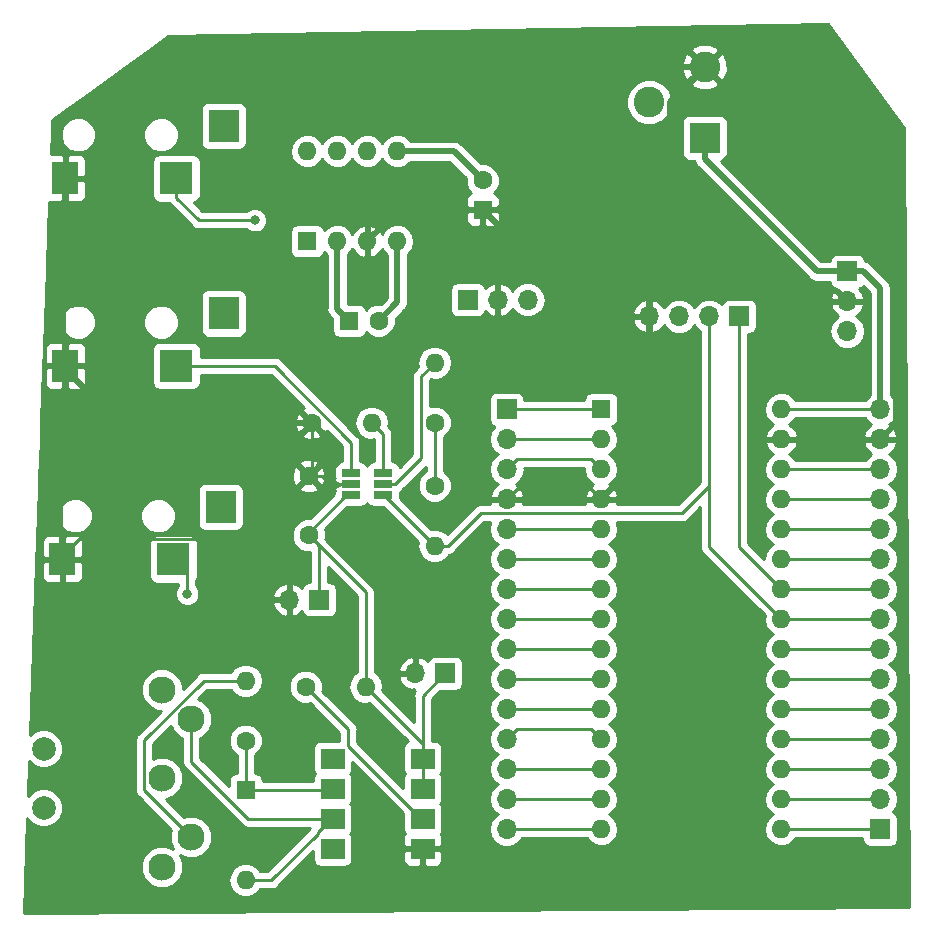
<source format=gbr>
G04 #@! TF.GenerationSoftware,KiCad,Pcbnew,(5.0.1)-rc2*
G04 #@! TF.CreationDate,2018-12-18T19:29:48-05:00*
G04 #@! TF.ProjectId,midi2cv,6D6964693263762E6B696361645F7063,rev?*
G04 #@! TF.SameCoordinates,Original*
G04 #@! TF.FileFunction,Copper,L1,Top,Signal*
G04 #@! TF.FilePolarity,Positive*
%FSLAX46Y46*%
G04 Gerber Fmt 4.6, Leading zero omitted, Abs format (unit mm)*
G04 Created by KiCad (PCBNEW (5.0.1)-rc2) date 12/18/2018 7:29:48 PM*
%MOMM*%
%LPD*%
G01*
G04 APERTURE LIST*
G04 #@! TA.AperFunction,ComponentPad*
%ADD10O,1.700000X1.700000*%
G04 #@! TD*
G04 #@! TA.AperFunction,ComponentPad*
%ADD11R,1.700000X1.700000*%
G04 #@! TD*
G04 #@! TA.AperFunction,ComponentPad*
%ADD12R,2.600000X2.600000*%
G04 #@! TD*
G04 #@! TA.AperFunction,ComponentPad*
%ADD13C,2.600000*%
G04 #@! TD*
G04 #@! TA.AperFunction,ComponentPad*
%ADD14C,2.300000*%
G04 #@! TD*
G04 #@! TA.AperFunction,ComponentPad*
%ADD15C,2.000000*%
G04 #@! TD*
G04 #@! TA.AperFunction,ComponentPad*
%ADD16R,1.600000X1.600000*%
G04 #@! TD*
G04 #@! TA.AperFunction,ComponentPad*
%ADD17O,1.600000X1.600000*%
G04 #@! TD*
G04 #@! TA.AperFunction,ComponentPad*
%ADD18C,1.600000*%
G04 #@! TD*
G04 #@! TA.AperFunction,SMDPad,CuDef*
%ADD19R,2.000000X1.780000*%
G04 #@! TD*
G04 #@! TA.AperFunction,SMDPad,CuDef*
%ADD20R,2.600000X2.800000*%
G04 #@! TD*
G04 #@! TA.AperFunction,SMDPad,CuDef*
%ADD21R,2.800000X2.800000*%
G04 #@! TD*
G04 #@! TA.AperFunction,SMDPad,CuDef*
%ADD22R,2.200000X2.800000*%
G04 #@! TD*
G04 #@! TA.AperFunction,SMDPad,CuDef*
%ADD23R,1.560000X0.650000*%
G04 #@! TD*
G04 #@! TA.AperFunction,ViaPad*
%ADD24C,0.800000*%
G04 #@! TD*
G04 #@! TA.AperFunction,Conductor*
%ADD25C,0.250000*%
G04 #@! TD*
G04 #@! TA.AperFunction,Conductor*
%ADD26C,0.254000*%
G04 #@! TD*
G04 #@! TA.AperFunction,Conductor*
%ADD27C,0.508000*%
G04 #@! TD*
G04 APERTURE END LIST*
D10*
G04 #@! TO.P,J12,2*
G04 #@! TO.N,GND*
X160655000Y-100457000D03*
D11*
G04 #@! TO.P,J12,1*
G04 #@! TO.N,+5V*
X163195000Y-100457000D03*
G04 #@! TD*
G04 #@! TO.P,J11,1*
G04 #@! TO.N,+5V*
X152527000Y-94234000D03*
D10*
G04 #@! TO.P,J11,2*
G04 #@! TO.N,GND*
X149987000Y-94234000D03*
G04 #@! TD*
D11*
G04 #@! TO.P,J10,1*
G04 #@! TO.N,+9V*
X165100000Y-68834000D03*
D10*
G04 #@! TO.P,J10,2*
G04 #@! TO.N,GND*
X167640000Y-68834000D03*
G04 #@! TO.P,J10,3*
G04 #@! TO.N,-9V*
X170180000Y-68834000D03*
G04 #@! TD*
D12*
G04 #@! TO.P,J9,1*
G04 #@! TO.N,+9V*
X185166000Y-55118000D03*
D13*
G04 #@! TO.P,J9,2*
G04 #@! TO.N,GND*
X185166000Y-49118000D03*
G04 #@! TO.P,J9,3*
G04 #@! TO.N,N/C*
X180466000Y-52118000D03*
G04 #@! TD*
D14*
G04 #@! TO.P,J4,5*
G04 #@! TO.N,Net-(D1-Pad2)*
X141692000Y-104340000D03*
D15*
G04 #@! TO.P,J4,*
G04 #@! TO.N,*
X129192000Y-111840000D03*
D14*
G04 #@! TO.P,J4,3*
G04 #@! TO.N,Net-(J4-Pad3)*
X139192000Y-101840000D03*
G04 #@! TO.P,J4,2*
G04 #@! TO.N,Net-(J4-Pad2)*
X139192000Y-109340000D03*
G04 #@! TO.P,J4,1*
G04 #@! TO.N,Net-(J4-Pad1)*
X139192000Y-116840000D03*
G04 #@! TO.P,J4,4*
G04 #@! TO.N,Net-(J4-Pad4)*
X141692000Y-114340000D03*
D15*
G04 #@! TO.P,J4,*
G04 #@! TO.N,*
X129192000Y-106840000D03*
G04 #@! TD*
D16*
G04 #@! TO.P,A1,1*
G04 #@! TO.N,Net-(A1-Pad1)*
X176403000Y-78105000D03*
D17*
G04 #@! TO.P,A1,17*
G04 #@! TO.N,Net-(A1-Pad17)*
X191643000Y-111125000D03*
G04 #@! TO.P,A1,2*
G04 #@! TO.N,Midi_In*
X176403000Y-80645000D03*
G04 #@! TO.P,A1,18*
G04 #@! TO.N,Net-(A1-Pad18)*
X191643000Y-108585000D03*
G04 #@! TO.P,A1,3*
G04 #@! TO.N,Net-(A1-Pad3)*
X176403000Y-83185000D03*
G04 #@! TO.P,A1,19*
G04 #@! TO.N,Net-(A1-Pad19)*
X191643000Y-106045000D03*
G04 #@! TO.P,A1,4*
G04 #@! TO.N,GND*
X176403000Y-85725000D03*
G04 #@! TO.P,A1,20*
G04 #@! TO.N,Net-(A1-Pad20)*
X191643000Y-103505000D03*
G04 #@! TO.P,A1,5*
G04 #@! TO.N,Net-(A1-Pad5)*
X176403000Y-88265000D03*
G04 #@! TO.P,A1,21*
G04 #@! TO.N,Net-(A1-Pad21)*
X191643000Y-100965000D03*
G04 #@! TO.P,A1,6*
G04 #@! TO.N,Net-(A1-Pad6)*
X176403000Y-90805000D03*
G04 #@! TO.P,A1,22*
G04 #@! TO.N,Net-(A1-Pad22)*
X191643000Y-98425000D03*
G04 #@! TO.P,A1,7*
G04 #@! TO.N,Net-(A1-Pad7)*
X176403000Y-93345000D03*
G04 #@! TO.P,A1,23*
G04 #@! TO.N,SDA*
X191643000Y-95885000D03*
G04 #@! TO.P,A1,8*
G04 #@! TO.N,Net-(A1-Pad8)*
X176403000Y-95885000D03*
G04 #@! TO.P,A1,24*
G04 #@! TO.N,SCL*
X191643000Y-93345000D03*
G04 #@! TO.P,A1,9*
G04 #@! TO.N,Net-(A1-Pad9)*
X176403000Y-98425000D03*
G04 #@! TO.P,A1,25*
G04 #@! TO.N,Net-(A1-Pad25)*
X191643000Y-90805000D03*
G04 #@! TO.P,A1,10*
G04 #@! TO.N,Net-(A1-Pad10)*
X176403000Y-100965000D03*
G04 #@! TO.P,A1,26*
G04 #@! TO.N,Net-(A1-Pad26)*
X191643000Y-88265000D03*
G04 #@! TO.P,A1,11*
G04 #@! TO.N,Tune_In*
X176403000Y-103505000D03*
G04 #@! TO.P,A1,27*
G04 #@! TO.N,+5V*
X191643000Y-85725000D03*
G04 #@! TO.P,A1,12*
G04 #@! TO.N,Net-(A1-Pad12)*
X176403000Y-106045000D03*
G04 #@! TO.P,A1,28*
G04 #@! TO.N,Net-(A1-Pad28)*
X191643000Y-83185000D03*
G04 #@! TO.P,A1,13*
G04 #@! TO.N,Net-(A1-Pad13)*
X176403000Y-108585000D03*
G04 #@! TO.P,A1,29*
G04 #@! TO.N,GND*
X191643000Y-80645000D03*
G04 #@! TO.P,A1,14*
G04 #@! TO.N,Net-(A1-Pad14)*
X176403000Y-111125000D03*
G04 #@! TO.P,A1,30*
G04 #@! TO.N,+9V*
X191643000Y-78105000D03*
G04 #@! TO.P,A1,15*
G04 #@! TO.N,GateOut*
X176403000Y-113665000D03*
G04 #@! TO.P,A1,16*
G04 #@! TO.N,Net-(A1-Pad16)*
X191643000Y-113665000D03*
G04 #@! TD*
D16*
G04 #@! TO.P,C1,1*
G04 #@! TO.N,GND*
X166370000Y-61214000D03*
D18*
G04 #@! TO.P,C1,2*
G04 #@! TO.N,-9V*
X166370000Y-58714000D03*
G04 #@! TD*
G04 #@! TO.P,C2,2*
G04 #@! TO.N,Net-(C2-Pad2)*
X157567000Y-70612000D03*
D16*
G04 #@! TO.P,C2,1*
G04 #@! TO.N,Net-(C2-Pad1)*
X155067000Y-70612000D03*
G04 #@! TD*
D18*
G04 #@! TO.P,C3,1*
G04 #@! TO.N,+5V*
X151638000Y-88773000D03*
G04 #@! TO.P,C3,2*
G04 #@! TO.N,GND*
X151638000Y-83773000D03*
G04 #@! TD*
D16*
G04 #@! TO.P,D1,1*
G04 #@! TO.N,Net-(D1-Pad1)*
X146304000Y-110363000D03*
D17*
G04 #@! TO.P,D1,2*
G04 #@! TO.N,Net-(D1-Pad2)*
X146304000Y-117983000D03*
G04 #@! TD*
D19*
G04 #@! TO.P,IC1,1*
G04 #@! TO.N,N/C*
X153670000Y-107696000D03*
G04 #@! TO.P,IC1,5*
G04 #@! TO.N,GND*
X161290000Y-115316000D03*
G04 #@! TO.P,IC1,2*
G04 #@! TO.N,Net-(D1-Pad1)*
X153670000Y-110236000D03*
G04 #@! TO.P,IC1,6*
G04 #@! TO.N,Midi_In*
X161290000Y-112776000D03*
G04 #@! TO.P,IC1,3*
G04 #@! TO.N,Net-(D1-Pad2)*
X153670000Y-112776000D03*
G04 #@! TO.P,IC1,7*
G04 #@! TO.N,+5V*
X161290000Y-110236000D03*
G04 #@! TO.P,IC1,4*
G04 #@! TO.N,N/C*
X153670000Y-115316000D03*
G04 #@! TO.P,IC1,8*
G04 #@! TO.N,+5V*
X161290000Y-107696000D03*
G04 #@! TD*
D20*
G04 #@! TO.P,J1,TN*
G04 #@! TO.N,Net-(J1-PadTN)*
X144440000Y-54114000D03*
D21*
G04 #@! TO.P,J1,T*
G04 #@! TO.N,Tune_In*
X140440000Y-58564000D03*
D22*
G04 #@! TO.P,J1,S*
G04 #@! TO.N,GND*
X131040000Y-58564000D03*
G04 #@! TD*
G04 #@! TO.P,J2,S*
G04 #@! TO.N,GND*
X130786000Y-90822000D03*
D21*
G04 #@! TO.P,J2,T*
G04 #@! TO.N,GateOut*
X140186000Y-90822000D03*
D20*
G04 #@! TO.P,J2,TN*
G04 #@! TO.N,Net-(J2-PadTN)*
X144186000Y-86372000D03*
G04 #@! TD*
D22*
G04 #@! TO.P,J3,S*
G04 #@! TO.N,GND*
X131040000Y-74439000D03*
D21*
G04 #@! TO.P,J3,T*
G04 #@! TO.N,CV_Out*
X140440000Y-74439000D03*
D20*
G04 #@! TO.P,J3,TN*
G04 #@! TO.N,Net-(J3-PadTN)*
X144440000Y-69989000D03*
G04 #@! TD*
D10*
G04 #@! TO.P,J5,15*
G04 #@! TO.N,GateOut*
X168402000Y-113665000D03*
G04 #@! TO.P,J5,14*
G04 #@! TO.N,Net-(A1-Pad14)*
X168402000Y-111125000D03*
G04 #@! TO.P,J5,13*
G04 #@! TO.N,Net-(A1-Pad13)*
X168402000Y-108585000D03*
G04 #@! TO.P,J5,12*
G04 #@! TO.N,Net-(A1-Pad12)*
X168402000Y-106045000D03*
G04 #@! TO.P,J5,11*
G04 #@! TO.N,Tune_In*
X168402000Y-103505000D03*
G04 #@! TO.P,J5,10*
G04 #@! TO.N,Net-(A1-Pad10)*
X168402000Y-100965000D03*
G04 #@! TO.P,J5,9*
G04 #@! TO.N,Net-(A1-Pad9)*
X168402000Y-98425000D03*
G04 #@! TO.P,J5,8*
G04 #@! TO.N,Net-(A1-Pad8)*
X168402000Y-95885000D03*
G04 #@! TO.P,J5,7*
G04 #@! TO.N,Net-(A1-Pad7)*
X168402000Y-93345000D03*
G04 #@! TO.P,J5,6*
G04 #@! TO.N,Net-(A1-Pad6)*
X168402000Y-90805000D03*
G04 #@! TO.P,J5,5*
G04 #@! TO.N,Net-(A1-Pad5)*
X168402000Y-88265000D03*
G04 #@! TO.P,J5,4*
G04 #@! TO.N,GND*
X168402000Y-85725000D03*
G04 #@! TO.P,J5,3*
G04 #@! TO.N,Net-(A1-Pad3)*
X168402000Y-83185000D03*
G04 #@! TO.P,J5,2*
G04 #@! TO.N,Midi_In*
X168402000Y-80645000D03*
D11*
G04 #@! TO.P,J5,1*
G04 #@! TO.N,Net-(A1-Pad1)*
X168402000Y-78105000D03*
G04 #@! TD*
G04 #@! TO.P,J6,1*
G04 #@! TO.N,SCL*
X188087000Y-70231000D03*
D10*
G04 #@! TO.P,J6,2*
G04 #@! TO.N,SDA*
X185547000Y-70231000D03*
G04 #@! TO.P,J6,3*
G04 #@! TO.N,+5V*
X183007000Y-70231000D03*
G04 #@! TO.P,J6,4*
G04 #@! TO.N,GND*
X180467000Y-70231000D03*
G04 #@! TD*
D11*
G04 #@! TO.P,J7,1*
G04 #@! TO.N,Net-(A1-Pad16)*
X200025000Y-113665000D03*
D10*
G04 #@! TO.P,J7,2*
G04 #@! TO.N,Net-(A1-Pad17)*
X200025000Y-111125000D03*
G04 #@! TO.P,J7,3*
G04 #@! TO.N,Net-(A1-Pad18)*
X200025000Y-108585000D03*
G04 #@! TO.P,J7,4*
G04 #@! TO.N,Net-(A1-Pad19)*
X200025000Y-106045000D03*
G04 #@! TO.P,J7,5*
G04 #@! TO.N,Net-(A1-Pad20)*
X200025000Y-103505000D03*
G04 #@! TO.P,J7,6*
G04 #@! TO.N,Net-(A1-Pad21)*
X200025000Y-100965000D03*
G04 #@! TO.P,J7,7*
G04 #@! TO.N,Net-(A1-Pad22)*
X200025000Y-98425000D03*
G04 #@! TO.P,J7,8*
G04 #@! TO.N,SDA*
X200025000Y-95885000D03*
G04 #@! TO.P,J7,9*
G04 #@! TO.N,SCL*
X200025000Y-93345000D03*
G04 #@! TO.P,J7,10*
G04 #@! TO.N,Net-(A1-Pad25)*
X200025000Y-90805000D03*
G04 #@! TO.P,J7,11*
G04 #@! TO.N,Net-(A1-Pad26)*
X200025000Y-88265000D03*
G04 #@! TO.P,J7,12*
G04 #@! TO.N,+5V*
X200025000Y-85725000D03*
G04 #@! TO.P,J7,13*
G04 #@! TO.N,Net-(A1-Pad28)*
X200025000Y-83185000D03*
G04 #@! TO.P,J7,14*
G04 #@! TO.N,GND*
X200025000Y-80645000D03*
G04 #@! TO.P,J7,15*
G04 #@! TO.N,+9V*
X200025000Y-78105000D03*
G04 #@! TD*
D11*
G04 #@! TO.P,J8,1*
G04 #@! TO.N,+9V*
X197231000Y-66421000D03*
D10*
G04 #@! TO.P,J8,2*
G04 #@! TO.N,GND*
X197231000Y-68961000D03*
G04 #@! TO.P,J8,3*
G04 #@! TO.N,-9V*
X197231000Y-71501000D03*
G04 #@! TD*
D18*
G04 #@! TO.P,R1,1*
G04 #@! TO.N,Net-(D1-Pad1)*
X146304000Y-106172000D03*
D17*
G04 #@! TO.P,R1,2*
G04 #@! TO.N,Net-(J4-Pad4)*
X146304000Y-101092000D03*
G04 #@! TD*
D18*
G04 #@! TO.P,R2,1*
G04 #@! TO.N,Midi_In*
X151384000Y-101600000D03*
D17*
G04 #@! TO.P,R2,2*
G04 #@! TO.N,+5V*
X156464000Y-101600000D03*
G04 #@! TD*
D18*
G04 #@! TO.P,R3,1*
G04 #@! TO.N,+5V*
X162306000Y-84582000D03*
D17*
G04 #@! TO.P,R3,2*
G04 #@! TO.N,SDA*
X162306000Y-89662000D03*
G04 #@! TD*
G04 #@! TO.P,R4,2*
G04 #@! TO.N,Net-(R4-Pad2)*
X156972000Y-79248000D03*
D18*
G04 #@! TO.P,R4,1*
G04 #@! TO.N,GND*
X151892000Y-79248000D03*
G04 #@! TD*
D17*
G04 #@! TO.P,R5,2*
G04 #@! TO.N,SCL*
X162306000Y-74168000D03*
D18*
G04 #@! TO.P,R5,1*
G04 #@! TO.N,+5V*
X162306000Y-79248000D03*
G04 #@! TD*
D23*
G04 #@! TO.P,U1,1*
G04 #@! TO.N,CV_Out*
X155241000Y-83505000D03*
G04 #@! TO.P,U1,2*
G04 #@! TO.N,GND*
X155241000Y-84455000D03*
G04 #@! TO.P,U1,3*
G04 #@! TO.N,+5V*
X155241000Y-85405000D03*
G04 #@! TO.P,U1,4*
G04 #@! TO.N,SDA*
X157941000Y-85405000D03*
G04 #@! TO.P,U1,6*
G04 #@! TO.N,Net-(R4-Pad2)*
X157941000Y-83505000D03*
G04 #@! TO.P,U1,5*
G04 #@! TO.N,SCL*
X157941000Y-84455000D03*
G04 #@! TD*
D16*
G04 #@! TO.P,U2,1*
G04 #@! TO.N,Net-(U2-Pad1)*
X151511000Y-63881000D03*
D17*
G04 #@! TO.P,U2,5*
G04 #@! TO.N,-9V*
X159131000Y-56261000D03*
G04 #@! TO.P,U2,2*
G04 #@! TO.N,Net-(C2-Pad1)*
X154051000Y-63881000D03*
G04 #@! TO.P,U2,6*
G04 #@! TO.N,Net-(U2-Pad6)*
X156591000Y-56261000D03*
G04 #@! TO.P,U2,3*
G04 #@! TO.N,GND*
X156591000Y-63881000D03*
G04 #@! TO.P,U2,7*
G04 #@! TO.N,Net-(U2-Pad7)*
X154051000Y-56261000D03*
G04 #@! TO.P,U2,4*
G04 #@! TO.N,Net-(C2-Pad2)*
X159131000Y-63881000D03*
G04 #@! TO.P,U2,8*
G04 #@! TO.N,+9V*
X151511000Y-56261000D03*
G04 #@! TD*
D24*
G04 #@! TO.N,GND*
X164719000Y-115697000D03*
G04 #@! TO.N,Tune_In*
X147066000Y-62103000D03*
G04 #@! TO.N,GateOut*
X141351000Y-93726000D03*
G04 #@! TD*
D25*
G04 #@! TO.N,Net-(A1-Pad1)*
X169502000Y-78105000D02*
X176403000Y-78105000D01*
X168402000Y-78105000D02*
X169502000Y-78105000D01*
G04 #@! TO.N,Net-(A1-Pad17)*
X198822919Y-111125000D02*
X191643000Y-111125000D01*
X200025000Y-111125000D02*
X198822919Y-111125000D01*
G04 #@! TO.N,Midi_In*
X176403000Y-80645000D02*
X168402000Y-80645000D01*
D26*
X161180000Y-112776000D02*
X161290000Y-112776000D01*
X154997001Y-106593001D02*
X161180000Y-112776000D01*
X154997001Y-105213001D02*
X154997001Y-106593001D01*
X151384000Y-101600000D02*
X154997001Y-105213001D01*
D25*
G04 #@! TO.N,Net-(A1-Pad18)*
X191643000Y-108585000D02*
X200025000Y-108585000D01*
G04 #@! TO.N,Net-(A1-Pad28)*
X191643000Y-83185000D02*
X200025000Y-83185000D01*
G04 #@! TO.N,Net-(A1-Pad19)*
X198822919Y-106045000D02*
X191643000Y-106045000D01*
X200025000Y-106045000D02*
X198822919Y-106045000D01*
G04 #@! TO.N,GND*
X175603001Y-84925001D02*
X176403000Y-85725000D01*
X175553001Y-84875001D02*
X175603001Y-84925001D01*
X169251999Y-84875001D02*
X175553001Y-84875001D01*
X168402000Y-85725000D02*
X169251999Y-84875001D01*
X198822919Y-80645000D02*
X191643000Y-80645000D01*
X200025000Y-80645000D02*
X198822919Y-80645000D01*
D27*
X196381001Y-68111001D02*
X197231000Y-68961000D01*
X186994799Y-68111001D02*
X196381001Y-68111001D01*
X181760999Y-62877201D02*
X186994799Y-68111001D01*
D26*
X154207000Y-84455000D02*
X155241000Y-84455000D01*
X153451370Y-84455000D02*
X154207000Y-84455000D01*
X152769370Y-83773000D02*
X153451370Y-84455000D01*
X151638000Y-83773000D02*
X152769370Y-83773000D01*
D27*
X201329001Y-79340999D02*
X201329001Y-68159725D01*
X200025000Y-80645000D02*
X201329001Y-79340999D01*
X159258000Y-61214000D02*
X166370000Y-61214000D01*
X156591000Y-63881000D02*
X159258000Y-61214000D01*
X181760999Y-67734920D02*
X181760999Y-62877201D01*
X180467000Y-69028919D02*
X181760999Y-67734920D01*
X180467000Y-70231000D02*
X180467000Y-69028919D01*
X180467000Y-81661000D02*
X176403000Y-85725000D01*
X180467000Y-70231000D02*
X180467000Y-81661000D01*
X164338000Y-115316000D02*
X164719000Y-115697000D01*
X161290000Y-115316000D02*
X164338000Y-115316000D01*
D26*
X151892000Y-83519000D02*
X151638000Y-83773000D01*
X151892000Y-79248000D02*
X151892000Y-83519000D01*
D27*
X131040000Y-76347000D02*
X131040000Y-74439000D01*
X130581999Y-76805001D02*
X131040000Y-76347000D01*
X130581999Y-88709999D02*
X130581999Y-76805001D01*
X130786000Y-88914000D02*
X130581999Y-88709999D01*
X130786000Y-90822000D02*
X130786000Y-88914000D01*
X131040000Y-60472000D02*
X131040000Y-58564000D01*
X130835999Y-60676001D02*
X131040000Y-60472000D01*
X130835999Y-72326999D02*
X130835999Y-60676001D01*
X131040000Y-72531000D02*
X130835999Y-72326999D01*
X131040000Y-74439000D02*
X131040000Y-72531000D01*
X131040000Y-74739000D02*
X131040000Y-74439000D01*
X135549000Y-79248000D02*
X131040000Y-74739000D01*
X151892000Y-79248000D02*
X135549000Y-79248000D01*
D26*
X149225000Y-86186000D02*
X151638000Y-83773000D01*
X149225000Y-92329000D02*
X149225000Y-86186000D01*
X148375001Y-91479001D02*
X149225000Y-92329000D01*
X145990999Y-89094999D02*
X148375001Y-91479001D01*
X132213001Y-89094999D02*
X145990999Y-89094999D01*
X130786000Y-90522000D02*
X132213001Y-89094999D01*
X130786000Y-90822000D02*
X130786000Y-90522000D01*
D27*
X167640000Y-62484000D02*
X166370000Y-61214000D01*
X167640000Y-68834000D02*
X167640000Y-62484000D01*
X183866001Y-50417999D02*
X185166000Y-49118000D01*
X182220001Y-52063999D02*
X183866001Y-50417999D01*
X182220001Y-62418199D02*
X182220001Y-52063999D01*
X181760999Y-62877201D02*
X182220001Y-62418199D01*
X183327523Y-49118000D02*
X185166000Y-49118000D01*
X179774000Y-49118000D02*
X183327523Y-49118000D01*
X167678000Y-61214000D02*
X179774000Y-49118000D01*
X166370000Y-61214000D02*
X167678000Y-61214000D01*
D26*
X149987000Y-93031919D02*
X149987000Y-94234000D01*
X149284081Y-92329000D02*
X149987000Y-93031919D01*
X149225000Y-92329000D02*
X149284081Y-92329000D01*
D25*
G04 #@! TO.N,Net-(A1-Pad20)*
X191643000Y-103505000D02*
X200025000Y-103505000D01*
G04 #@! TO.N,Net-(A1-Pad5)*
X168402000Y-88265000D02*
X176403000Y-88265000D01*
G04 #@! TO.N,Net-(A1-Pad21)*
X198822919Y-100965000D02*
X191643000Y-100965000D01*
X200025000Y-100965000D02*
X198822919Y-100965000D01*
G04 #@! TO.N,Net-(A1-Pad6)*
X169604081Y-90805000D02*
X176403000Y-90805000D01*
X168402000Y-90805000D02*
X169604081Y-90805000D01*
G04 #@! TO.N,Net-(A1-Pad22)*
X191643000Y-98425000D02*
X200025000Y-98425000D01*
G04 #@! TO.N,Net-(A1-Pad7)*
X169604081Y-93345000D02*
X176403000Y-93345000D01*
X168402000Y-93345000D02*
X169604081Y-93345000D01*
G04 #@! TO.N,SDA*
X191643000Y-95885000D02*
X200025000Y-95885000D01*
X191643000Y-95885000D02*
X185547000Y-89789000D01*
D26*
X183226999Y-86902001D02*
X185547000Y-84582000D01*
X166197369Y-86902001D02*
X183226999Y-86902001D01*
X163437370Y-89662000D02*
X166197369Y-86902001D01*
X162306000Y-89662000D02*
X163437370Y-89662000D01*
D25*
X185547000Y-89789000D02*
X185547000Y-84582000D01*
X185547000Y-84582000D02*
X185547000Y-70231000D01*
D26*
X158049000Y-85405000D02*
X157941000Y-85405000D01*
X162306000Y-89662000D02*
X158049000Y-85405000D01*
D25*
G04 #@! TO.N,Net-(A1-Pad8)*
X169604081Y-95885000D02*
X176403000Y-95885000D01*
X168402000Y-95885000D02*
X169604081Y-95885000D01*
G04 #@! TO.N,SCL*
X198822919Y-93345000D02*
X191643000Y-93345000D01*
X200025000Y-93345000D02*
X198822919Y-93345000D01*
X188087000Y-89789000D02*
X188087000Y-70231000D01*
X191643000Y-93345000D02*
X188087000Y-89789000D01*
D26*
X158975000Y-84455000D02*
X157941000Y-84455000D01*
X161178999Y-82251001D02*
X158975000Y-84455000D01*
X161178999Y-75295001D02*
X161178999Y-82251001D01*
X162306000Y-74168000D02*
X161178999Y-75295001D01*
D25*
G04 #@! TO.N,Net-(A1-Pad9)*
X168402000Y-98425000D02*
X176403000Y-98425000D01*
G04 #@! TO.N,Net-(A1-Pad25)*
X192774370Y-90805000D02*
X200025000Y-90805000D01*
X191643000Y-90805000D02*
X192774370Y-90805000D01*
G04 #@! TO.N,Net-(A1-Pad10)*
X168402000Y-100965000D02*
X176403000Y-100965000D01*
G04 #@! TO.N,Net-(A1-Pad26)*
X192774370Y-88265000D02*
X200025000Y-88265000D01*
X191643000Y-88265000D02*
X192774370Y-88265000D01*
G04 #@! TO.N,Tune_In*
X169604081Y-103505000D02*
X176403000Y-103505000D01*
X168402000Y-103505000D02*
X169604081Y-103505000D01*
D26*
X140440000Y-60218000D02*
X140440000Y-58564000D01*
X142325000Y-62103000D02*
X140440000Y-60218000D01*
X147066000Y-62103000D02*
X142325000Y-62103000D01*
D25*
G04 #@! TO.N,+5V*
X200025000Y-85725000D02*
X191643000Y-85725000D01*
D26*
X161290000Y-109092000D02*
X161290000Y-107696000D01*
X161290000Y-110236000D02*
X161290000Y-109092000D01*
X161290000Y-106426000D02*
X161290000Y-107696000D01*
X156464000Y-101600000D02*
X161290000Y-106426000D01*
X151638000Y-88553000D02*
X151638000Y-88773000D01*
X154786000Y-85405000D02*
X151638000Y-88553000D01*
X155241000Y-85405000D02*
X154786000Y-85405000D01*
X156464000Y-93599000D02*
X151638000Y-88773000D01*
X156464000Y-101600000D02*
X156464000Y-93599000D01*
X162306000Y-79248000D02*
X162306000Y-84582000D01*
X151765000Y-88900000D02*
X151638000Y-88773000D01*
X161290000Y-102362000D02*
X163195000Y-100457000D01*
X161290000Y-107696000D02*
X161290000Y-102362000D01*
X152527000Y-89662000D02*
X151638000Y-88773000D01*
X152527000Y-94234000D02*
X152527000Y-89662000D01*
D25*
G04 #@! TO.N,Net-(A1-Pad12)*
X175603001Y-105245001D02*
X176403000Y-106045000D01*
X175553001Y-105195001D02*
X175603001Y-105245001D01*
X169251999Y-105195001D02*
X175553001Y-105195001D01*
X168402000Y-106045000D02*
X169251999Y-105195001D01*
G04 #@! TO.N,Net-(A1-Pad13)*
X176403000Y-108585000D02*
X168402000Y-108585000D01*
G04 #@! TO.N,Net-(A1-Pad14)*
X168402000Y-111125000D02*
X176403000Y-111125000D01*
G04 #@! TO.N,+9V*
X192774370Y-78105000D02*
X200025000Y-78105000D01*
X191643000Y-78105000D02*
X192774370Y-78105000D01*
D27*
X200025000Y-76902919D02*
X200025000Y-78105000D01*
X200025000Y-67857000D02*
X200025000Y-76902919D01*
X198589000Y-66421000D02*
X200025000Y-67857000D01*
X197231000Y-66421000D02*
X198589000Y-66421000D01*
X195873000Y-66421000D02*
X197231000Y-66421000D01*
X194661000Y-66421000D02*
X195873000Y-66421000D01*
X185166000Y-56926000D02*
X194661000Y-66421000D01*
X185166000Y-55118000D02*
X185166000Y-56926000D01*
D25*
G04 #@! TO.N,GateOut*
X175271630Y-113665000D02*
X168402000Y-113665000D01*
X176403000Y-113665000D02*
X175271630Y-113665000D01*
D26*
X141351000Y-91987000D02*
X140186000Y-90822000D01*
X141351000Y-93726000D02*
X141351000Y-91987000D01*
D25*
G04 #@! TO.N,Net-(A1-Pad16)*
X191643000Y-113665000D02*
X200025000Y-113665000D01*
D27*
G04 #@! TO.N,-9V*
X163917000Y-56261000D02*
X166370000Y-58714000D01*
X159131000Y-56261000D02*
X163917000Y-56261000D01*
G04 #@! TO.N,Net-(C2-Pad2)*
X159131000Y-69048000D02*
X159131000Y-63881000D01*
X157567000Y-70612000D02*
X159131000Y-69048000D01*
G04 #@! TO.N,Net-(C2-Pad1)*
X154051000Y-69596000D02*
X155067000Y-70612000D01*
X154051000Y-63881000D02*
X154051000Y-69596000D01*
D26*
G04 #@! TO.N,Net-(D1-Pad1)*
X153543000Y-110363000D02*
X153670000Y-110236000D01*
X146304000Y-110363000D02*
X153543000Y-110363000D01*
X146304000Y-107303370D02*
X146304000Y-110363000D01*
X146304000Y-106172000D02*
X146304000Y-107303370D01*
G04 #@! TO.N,Net-(D1-Pad2)*
X153560000Y-112776000D02*
X153670000Y-112776000D01*
X152416000Y-113920000D02*
X153560000Y-112776000D01*
X152416000Y-114030000D02*
X152416000Y-113920000D01*
X148463000Y-117983000D02*
X152416000Y-114030000D01*
X146304000Y-117983000D02*
X148463000Y-117983000D01*
D25*
X152420000Y-112776000D02*
X153670000Y-112776000D01*
X146531998Y-112776000D02*
X152420000Y-112776000D01*
X141692000Y-107936002D02*
X146531998Y-112776000D01*
X141692000Y-104340000D02*
X141692000Y-107936002D01*
G04 #@! TO.N,Net-(J4-Pad4)*
X145172630Y-101092000D02*
X146304000Y-101092000D01*
X142756998Y-101092000D02*
X145172630Y-101092000D01*
X137716999Y-106131999D02*
X142756998Y-101092000D01*
X137716999Y-110364999D02*
X137716999Y-106131999D01*
X141692000Y-114340000D02*
X137716999Y-110364999D01*
D26*
G04 #@! TO.N,Net-(R4-Pad2)*
X157941000Y-80217000D02*
X156972000Y-79248000D01*
X157941000Y-83505000D02*
X157941000Y-80217000D01*
G04 #@! TO.N,CV_Out*
X142094000Y-74439000D02*
X140440000Y-74439000D01*
X148750962Y-74439000D02*
X142094000Y-74439000D01*
X155241000Y-80929038D02*
X148750962Y-74439000D01*
X155241000Y-83505000D02*
X155241000Y-80929038D01*
D25*
G04 #@! TO.N,Net-(A1-Pad3)*
X175603001Y-82385001D02*
X176403000Y-83185000D01*
X175553001Y-82335001D02*
X175603001Y-82385001D01*
X169251999Y-82335001D02*
X175553001Y-82335001D01*
X168402000Y-83185000D02*
X169251999Y-82335001D01*
G04 #@! TD*
D26*
G04 #@! TO.N,GND*
G36*
X202057238Y-54270684D02*
X202437271Y-120269860D01*
X127512666Y-120776108D01*
X127800301Y-112752602D01*
X127805914Y-112766153D01*
X128265847Y-113226086D01*
X128866778Y-113475000D01*
X129517222Y-113475000D01*
X130118153Y-113226086D01*
X130578086Y-112766153D01*
X130827000Y-112165222D01*
X130827000Y-111514778D01*
X130578086Y-110913847D01*
X130118153Y-110453914D01*
X129517222Y-110205000D01*
X128866778Y-110205000D01*
X128265847Y-110453914D01*
X127868461Y-110851300D01*
X127973068Y-107933307D01*
X128265847Y-108226086D01*
X128866778Y-108475000D01*
X129517222Y-108475000D01*
X130118153Y-108226086D01*
X130578086Y-107766153D01*
X130827000Y-107165222D01*
X130827000Y-106514778D01*
X130668448Y-106131999D01*
X136942111Y-106131999D01*
X136957000Y-106206851D01*
X136956999Y-110290152D01*
X136942111Y-110364999D01*
X136956999Y-110439846D01*
X136956999Y-110439850D01*
X137001095Y-110661535D01*
X137169070Y-110912928D01*
X137232529Y-110955330D01*
X140011018Y-113733820D01*
X139907000Y-113984941D01*
X139907000Y-114695059D01*
X140161517Y-115309517D01*
X139547059Y-115055000D01*
X138836941Y-115055000D01*
X138180879Y-115326750D01*
X137678750Y-115828879D01*
X137407000Y-116484941D01*
X137407000Y-117195059D01*
X137678750Y-117851121D01*
X138180879Y-118353250D01*
X138836941Y-118625000D01*
X139547059Y-118625000D01*
X140203121Y-118353250D01*
X140705250Y-117851121D01*
X140977000Y-117195059D01*
X140977000Y-116484941D01*
X140722483Y-115870483D01*
X141336941Y-116125000D01*
X142047059Y-116125000D01*
X142703121Y-115853250D01*
X143205250Y-115351121D01*
X143477000Y-114695059D01*
X143477000Y-113984941D01*
X143205250Y-113328879D01*
X142703121Y-112826750D01*
X142047059Y-112555000D01*
X141336941Y-112555000D01*
X141085820Y-112659018D01*
X139550413Y-111123611D01*
X140203121Y-110853250D01*
X140705250Y-110351121D01*
X140977000Y-109695059D01*
X140977000Y-108984941D01*
X140705250Y-108328879D01*
X140203121Y-107826750D01*
X139547059Y-107555000D01*
X138836941Y-107555000D01*
X138476999Y-107704093D01*
X138476999Y-106446800D01*
X140001236Y-104922564D01*
X140178750Y-105351121D01*
X140680879Y-105853250D01*
X140932000Y-105957268D01*
X140932001Y-107861150D01*
X140917112Y-107936002D01*
X140932001Y-108010854D01*
X140976097Y-108232539D01*
X141144072Y-108483931D01*
X141207528Y-108526331D01*
X145941669Y-113260473D01*
X145984069Y-113323929D01*
X146047525Y-113366329D01*
X146235460Y-113491904D01*
X146244927Y-113493787D01*
X146457146Y-113536000D01*
X146457150Y-113536000D01*
X146531998Y-113550888D01*
X146606846Y-113536000D01*
X151756132Y-113536000D01*
X151698212Y-113622683D01*
X151686424Y-113681945D01*
X148147370Y-117221000D01*
X147520707Y-117221000D01*
X147338577Y-116948423D01*
X146863909Y-116631260D01*
X146445333Y-116548000D01*
X146162667Y-116548000D01*
X145744091Y-116631260D01*
X145269423Y-116948423D01*
X144952260Y-117423091D01*
X144840887Y-117983000D01*
X144952260Y-118542909D01*
X145269423Y-119017577D01*
X145744091Y-119334740D01*
X146162667Y-119418000D01*
X146445333Y-119418000D01*
X146863909Y-119334740D01*
X147338577Y-119017577D01*
X147520707Y-118745000D01*
X148387957Y-118745000D01*
X148463000Y-118759927D01*
X148538043Y-118745000D01*
X148538048Y-118745000D01*
X148760317Y-118700788D01*
X149012371Y-118532371D01*
X149054883Y-118468747D01*
X152022560Y-115501071D01*
X152022560Y-116206000D01*
X152071843Y-116453765D01*
X152212191Y-116663809D01*
X152422235Y-116804157D01*
X152670000Y-116853440D01*
X154670000Y-116853440D01*
X154917765Y-116804157D01*
X155127809Y-116663809D01*
X155268157Y-116453765D01*
X155317440Y-116206000D01*
X155317440Y-115601750D01*
X159655000Y-115601750D01*
X159655000Y-116332310D01*
X159751673Y-116565699D01*
X159930302Y-116744327D01*
X160163691Y-116841000D01*
X161004250Y-116841000D01*
X161163000Y-116682250D01*
X161163000Y-115443000D01*
X161417000Y-115443000D01*
X161417000Y-116682250D01*
X161575750Y-116841000D01*
X162416309Y-116841000D01*
X162649698Y-116744327D01*
X162828327Y-116565699D01*
X162925000Y-116332310D01*
X162925000Y-115601750D01*
X162766250Y-115443000D01*
X161417000Y-115443000D01*
X161163000Y-115443000D01*
X159813750Y-115443000D01*
X159655000Y-115601750D01*
X155317440Y-115601750D01*
X155317440Y-114426000D01*
X155268157Y-114178235D01*
X155179800Y-114046000D01*
X155268157Y-113913765D01*
X155317440Y-113666000D01*
X155317440Y-111886000D01*
X155268157Y-111638235D01*
X155179800Y-111506000D01*
X155268157Y-111373765D01*
X155317440Y-111126000D01*
X155317440Y-109346000D01*
X155268157Y-109098235D01*
X155179800Y-108966000D01*
X155268157Y-108833765D01*
X155317440Y-108586000D01*
X155317440Y-107991070D01*
X159642560Y-112316191D01*
X159642560Y-113666000D01*
X159691843Y-113913765D01*
X159776905Y-114041069D01*
X159751673Y-114066301D01*
X159655000Y-114299690D01*
X159655000Y-115030250D01*
X159813750Y-115189000D01*
X161163000Y-115189000D01*
X161163000Y-115169000D01*
X161417000Y-115169000D01*
X161417000Y-115189000D01*
X162766250Y-115189000D01*
X162925000Y-115030250D01*
X162925000Y-114299690D01*
X162828327Y-114066301D01*
X162803095Y-114041069D01*
X162888157Y-113913765D01*
X162937440Y-113666000D01*
X162937440Y-111886000D01*
X162888157Y-111638235D01*
X162799800Y-111506000D01*
X162888157Y-111373765D01*
X162937440Y-111126000D01*
X162937440Y-109346000D01*
X162888157Y-109098235D01*
X162799800Y-108966000D01*
X162888157Y-108833765D01*
X162937440Y-108586000D01*
X162937440Y-106806000D01*
X162888157Y-106558235D01*
X162747809Y-106348191D01*
X162537765Y-106207843D01*
X162290000Y-106158560D01*
X162052000Y-106158560D01*
X162052000Y-102677630D01*
X162775190Y-101954440D01*
X164045000Y-101954440D01*
X164292765Y-101905157D01*
X164502809Y-101764809D01*
X164643157Y-101554765D01*
X164692440Y-101307000D01*
X164692440Y-99607000D01*
X164643157Y-99359235D01*
X164502809Y-99149191D01*
X164292765Y-99008843D01*
X164045000Y-98959560D01*
X162345000Y-98959560D01*
X162097235Y-99008843D01*
X161887191Y-99149191D01*
X161746843Y-99359235D01*
X161726261Y-99462708D01*
X161421924Y-99185355D01*
X161011890Y-99015524D01*
X160782000Y-99136845D01*
X160782000Y-100330000D01*
X160802000Y-100330000D01*
X160802000Y-100584000D01*
X160782000Y-100584000D01*
X160782000Y-100604000D01*
X160528000Y-100604000D01*
X160528000Y-100584000D01*
X159334181Y-100584000D01*
X159213514Y-100813892D01*
X159459817Y-101338358D01*
X159888076Y-101728645D01*
X160298110Y-101898476D01*
X160527998Y-101777156D01*
X160527998Y-101942000D01*
X160654187Y-101942000D01*
X160572213Y-102064683D01*
X160513073Y-102362000D01*
X160528001Y-102437048D01*
X160528001Y-104586370D01*
X157863157Y-101921527D01*
X157927113Y-101600000D01*
X157815740Y-101040091D01*
X157498577Y-100565423D01*
X157226000Y-100383293D01*
X157226000Y-100100108D01*
X159213514Y-100100108D01*
X159334181Y-100330000D01*
X160528000Y-100330000D01*
X160528000Y-99136845D01*
X160298110Y-99015524D01*
X159888076Y-99185355D01*
X159459817Y-99575642D01*
X159213514Y-100100108D01*
X157226000Y-100100108D01*
X157226000Y-93674047D01*
X157240928Y-93599000D01*
X157225239Y-93520126D01*
X157181788Y-93301683D01*
X157013371Y-93049629D01*
X156949749Y-93007118D01*
X153118883Y-89176253D01*
X153076371Y-89112629D01*
X153056150Y-89099118D01*
X153073000Y-89058439D01*
X153073000Y-88487561D01*
X152987495Y-88281135D01*
X154891191Y-86377440D01*
X156021000Y-86377440D01*
X156268765Y-86328157D01*
X156478809Y-86187809D01*
X156591000Y-86019905D01*
X156703191Y-86187809D01*
X156913235Y-86328157D01*
X157161000Y-86377440D01*
X157943810Y-86377440D01*
X160906843Y-89340473D01*
X160842887Y-89662000D01*
X160954260Y-90221909D01*
X161271423Y-90696577D01*
X161746091Y-91013740D01*
X162164667Y-91097000D01*
X162447333Y-91097000D01*
X162865909Y-91013740D01*
X163340577Y-90696577D01*
X163524284Y-90421640D01*
X163734687Y-90379788D01*
X163986741Y-90211371D01*
X164029253Y-90147747D01*
X166513000Y-87664001D01*
X167017581Y-87664001D01*
X167003161Y-87685582D01*
X166887908Y-88265000D01*
X167003161Y-88844418D01*
X167331375Y-89335625D01*
X167629761Y-89535000D01*
X167331375Y-89734375D01*
X167003161Y-90225582D01*
X166887908Y-90805000D01*
X167003161Y-91384418D01*
X167331375Y-91875625D01*
X167629761Y-92075000D01*
X167331375Y-92274375D01*
X167003161Y-92765582D01*
X166887908Y-93345000D01*
X167003161Y-93924418D01*
X167331375Y-94415625D01*
X167629761Y-94615000D01*
X167331375Y-94814375D01*
X167003161Y-95305582D01*
X166887908Y-95885000D01*
X167003161Y-96464418D01*
X167331375Y-96955625D01*
X167629761Y-97155000D01*
X167331375Y-97354375D01*
X167003161Y-97845582D01*
X166887908Y-98425000D01*
X167003161Y-99004418D01*
X167331375Y-99495625D01*
X167629761Y-99695000D01*
X167331375Y-99894375D01*
X167003161Y-100385582D01*
X166887908Y-100965000D01*
X167003161Y-101544418D01*
X167331375Y-102035625D01*
X167629761Y-102235000D01*
X167331375Y-102434375D01*
X167003161Y-102925582D01*
X166887908Y-103505000D01*
X167003161Y-104084418D01*
X167331375Y-104575625D01*
X167629761Y-104775000D01*
X167331375Y-104974375D01*
X167003161Y-105465582D01*
X166887908Y-106045000D01*
X167003161Y-106624418D01*
X167331375Y-107115625D01*
X167629761Y-107315000D01*
X167331375Y-107514375D01*
X167003161Y-108005582D01*
X166887908Y-108585000D01*
X167003161Y-109164418D01*
X167331375Y-109655625D01*
X167629761Y-109855000D01*
X167331375Y-110054375D01*
X167003161Y-110545582D01*
X166887908Y-111125000D01*
X167003161Y-111704418D01*
X167331375Y-112195625D01*
X167629761Y-112395000D01*
X167331375Y-112594375D01*
X167003161Y-113085582D01*
X166887908Y-113665000D01*
X167003161Y-114244418D01*
X167331375Y-114735625D01*
X167822582Y-115063839D01*
X168255744Y-115150000D01*
X168548256Y-115150000D01*
X168981418Y-115063839D01*
X169472625Y-114735625D01*
X169680178Y-114425000D01*
X175184957Y-114425000D01*
X175368423Y-114699577D01*
X175843091Y-115016740D01*
X176261667Y-115100000D01*
X176544333Y-115100000D01*
X176962909Y-115016740D01*
X177437577Y-114699577D01*
X177754740Y-114224909D01*
X177866113Y-113665000D01*
X177754740Y-113105091D01*
X177437577Y-112630423D01*
X177085242Y-112395000D01*
X177437577Y-112159577D01*
X177754740Y-111684909D01*
X177866113Y-111125000D01*
X177754740Y-110565091D01*
X177437577Y-110090423D01*
X177085242Y-109855000D01*
X177437577Y-109619577D01*
X177754740Y-109144909D01*
X177866113Y-108585000D01*
X177754740Y-108025091D01*
X177437577Y-107550423D01*
X177085242Y-107315000D01*
X177437577Y-107079577D01*
X177754740Y-106604909D01*
X177866113Y-106045000D01*
X177754740Y-105485091D01*
X177437577Y-105010423D01*
X177085242Y-104775000D01*
X177437577Y-104539577D01*
X177754740Y-104064909D01*
X177866113Y-103505000D01*
X177754740Y-102945091D01*
X177437577Y-102470423D01*
X177085242Y-102235000D01*
X177437577Y-101999577D01*
X177754740Y-101524909D01*
X177866113Y-100965000D01*
X177754740Y-100405091D01*
X177437577Y-99930423D01*
X177085242Y-99695000D01*
X177437577Y-99459577D01*
X177754740Y-98984909D01*
X177866113Y-98425000D01*
X177754740Y-97865091D01*
X177437577Y-97390423D01*
X177085242Y-97155000D01*
X177437577Y-96919577D01*
X177754740Y-96444909D01*
X177866113Y-95885000D01*
X177754740Y-95325091D01*
X177437577Y-94850423D01*
X177085242Y-94615000D01*
X177437577Y-94379577D01*
X177754740Y-93904909D01*
X177866113Y-93345000D01*
X177754740Y-92785091D01*
X177437577Y-92310423D01*
X177085242Y-92075000D01*
X177437577Y-91839577D01*
X177754740Y-91364909D01*
X177866113Y-90805000D01*
X177754740Y-90245091D01*
X177437577Y-89770423D01*
X177085242Y-89535000D01*
X177437577Y-89299577D01*
X177754740Y-88824909D01*
X177866113Y-88265000D01*
X177754740Y-87705091D01*
X177727285Y-87664001D01*
X183151956Y-87664001D01*
X183226999Y-87678928D01*
X183302042Y-87664001D01*
X183302047Y-87664001D01*
X183524316Y-87619789D01*
X183776370Y-87451372D01*
X183818882Y-87387748D01*
X184787001Y-86419630D01*
X184787000Y-89714153D01*
X184772112Y-89789000D01*
X184787000Y-89863847D01*
X184787000Y-89863851D01*
X184831096Y-90085536D01*
X184999071Y-90336929D01*
X185062530Y-90379331D01*
X190244312Y-95561114D01*
X190179887Y-95885000D01*
X190291260Y-96444909D01*
X190608423Y-96919577D01*
X190960758Y-97155000D01*
X190608423Y-97390423D01*
X190291260Y-97865091D01*
X190179887Y-98425000D01*
X190291260Y-98984909D01*
X190608423Y-99459577D01*
X190960758Y-99695000D01*
X190608423Y-99930423D01*
X190291260Y-100405091D01*
X190179887Y-100965000D01*
X190291260Y-101524909D01*
X190608423Y-101999577D01*
X190960758Y-102235000D01*
X190608423Y-102470423D01*
X190291260Y-102945091D01*
X190179887Y-103505000D01*
X190291260Y-104064909D01*
X190608423Y-104539577D01*
X190960758Y-104775000D01*
X190608423Y-105010423D01*
X190291260Y-105485091D01*
X190179887Y-106045000D01*
X190291260Y-106604909D01*
X190608423Y-107079577D01*
X190960758Y-107315000D01*
X190608423Y-107550423D01*
X190291260Y-108025091D01*
X190179887Y-108585000D01*
X190291260Y-109144909D01*
X190608423Y-109619577D01*
X190960758Y-109855000D01*
X190608423Y-110090423D01*
X190291260Y-110565091D01*
X190179887Y-111125000D01*
X190291260Y-111684909D01*
X190608423Y-112159577D01*
X190960758Y-112395000D01*
X190608423Y-112630423D01*
X190291260Y-113105091D01*
X190179887Y-113665000D01*
X190291260Y-114224909D01*
X190608423Y-114699577D01*
X191083091Y-115016740D01*
X191501667Y-115100000D01*
X191784333Y-115100000D01*
X192202909Y-115016740D01*
X192677577Y-114699577D01*
X192861043Y-114425000D01*
X198527560Y-114425000D01*
X198527560Y-114515000D01*
X198576843Y-114762765D01*
X198717191Y-114972809D01*
X198927235Y-115113157D01*
X199175000Y-115162440D01*
X200875000Y-115162440D01*
X201122765Y-115113157D01*
X201332809Y-114972809D01*
X201473157Y-114762765D01*
X201522440Y-114515000D01*
X201522440Y-112815000D01*
X201473157Y-112567235D01*
X201332809Y-112357191D01*
X201122765Y-112216843D01*
X201077381Y-112207816D01*
X201095625Y-112195625D01*
X201423839Y-111704418D01*
X201539092Y-111125000D01*
X201423839Y-110545582D01*
X201095625Y-110054375D01*
X200797239Y-109855000D01*
X201095625Y-109655625D01*
X201423839Y-109164418D01*
X201539092Y-108585000D01*
X201423839Y-108005582D01*
X201095625Y-107514375D01*
X200797239Y-107315000D01*
X201095625Y-107115625D01*
X201423839Y-106624418D01*
X201539092Y-106045000D01*
X201423839Y-105465582D01*
X201095625Y-104974375D01*
X200797239Y-104775000D01*
X201095625Y-104575625D01*
X201423839Y-104084418D01*
X201539092Y-103505000D01*
X201423839Y-102925582D01*
X201095625Y-102434375D01*
X200797239Y-102235000D01*
X201095625Y-102035625D01*
X201423839Y-101544418D01*
X201539092Y-100965000D01*
X201423839Y-100385582D01*
X201095625Y-99894375D01*
X200797239Y-99695000D01*
X201095625Y-99495625D01*
X201423839Y-99004418D01*
X201539092Y-98425000D01*
X201423839Y-97845582D01*
X201095625Y-97354375D01*
X200797239Y-97155000D01*
X201095625Y-96955625D01*
X201423839Y-96464418D01*
X201539092Y-95885000D01*
X201423839Y-95305582D01*
X201095625Y-94814375D01*
X200797239Y-94615000D01*
X201095625Y-94415625D01*
X201423839Y-93924418D01*
X201539092Y-93345000D01*
X201423839Y-92765582D01*
X201095625Y-92274375D01*
X200797239Y-92075000D01*
X201095625Y-91875625D01*
X201423839Y-91384418D01*
X201539092Y-90805000D01*
X201423839Y-90225582D01*
X201095625Y-89734375D01*
X200797239Y-89535000D01*
X201095625Y-89335625D01*
X201423839Y-88844418D01*
X201539092Y-88265000D01*
X201423839Y-87685582D01*
X201095625Y-87194375D01*
X200797239Y-86995000D01*
X201095625Y-86795625D01*
X201423839Y-86304418D01*
X201539092Y-85725000D01*
X201423839Y-85145582D01*
X201095625Y-84654375D01*
X200797239Y-84455000D01*
X201095625Y-84255625D01*
X201423839Y-83764418D01*
X201539092Y-83185000D01*
X201423839Y-82605582D01*
X201095625Y-82114375D01*
X200776522Y-81901157D01*
X200906358Y-81840183D01*
X201296645Y-81411924D01*
X201466476Y-81001890D01*
X201345155Y-80772000D01*
X200152000Y-80772000D01*
X200152000Y-80792000D01*
X199898000Y-80792000D01*
X199898000Y-80772000D01*
X198704845Y-80772000D01*
X198583524Y-81001890D01*
X198753355Y-81411924D01*
X199143642Y-81840183D01*
X199273478Y-81901157D01*
X198954375Y-82114375D01*
X198746822Y-82425000D01*
X192861043Y-82425000D01*
X192677577Y-82150423D01*
X192293892Y-81894053D01*
X192498134Y-81797389D01*
X192874041Y-81382423D01*
X193034904Y-80994039D01*
X192912915Y-80772000D01*
X191770000Y-80772000D01*
X191770000Y-80792000D01*
X191516000Y-80792000D01*
X191516000Y-80772000D01*
X190373085Y-80772000D01*
X190251096Y-80994039D01*
X190411959Y-81382423D01*
X190787866Y-81797389D01*
X190992108Y-81894053D01*
X190608423Y-82150423D01*
X190291260Y-82625091D01*
X190179887Y-83185000D01*
X190291260Y-83744909D01*
X190608423Y-84219577D01*
X190960758Y-84455000D01*
X190608423Y-84690423D01*
X190291260Y-85165091D01*
X190179887Y-85725000D01*
X190291260Y-86284909D01*
X190608423Y-86759577D01*
X190960758Y-86995000D01*
X190608423Y-87230423D01*
X190291260Y-87705091D01*
X190179887Y-88265000D01*
X190291260Y-88824909D01*
X190608423Y-89299577D01*
X190960758Y-89535000D01*
X190608423Y-89770423D01*
X190291260Y-90245091D01*
X190179887Y-90805000D01*
X190180405Y-90807603D01*
X188847000Y-89474199D01*
X188847000Y-71728440D01*
X188937000Y-71728440D01*
X189184765Y-71679157D01*
X189394809Y-71538809D01*
X189420072Y-71501000D01*
X195716908Y-71501000D01*
X195832161Y-72080418D01*
X196160375Y-72571625D01*
X196651582Y-72899839D01*
X197084744Y-72986000D01*
X197377256Y-72986000D01*
X197810418Y-72899839D01*
X198301625Y-72571625D01*
X198629839Y-72080418D01*
X198745092Y-71501000D01*
X198629839Y-70921582D01*
X198301625Y-70430375D01*
X197982522Y-70217157D01*
X198112358Y-70156183D01*
X198502645Y-69727924D01*
X198672476Y-69317890D01*
X198551155Y-69088000D01*
X197358000Y-69088000D01*
X197358000Y-69108000D01*
X197104000Y-69108000D01*
X197104000Y-69088000D01*
X195910845Y-69088000D01*
X195789524Y-69317890D01*
X195959355Y-69727924D01*
X196349642Y-70156183D01*
X196479478Y-70217157D01*
X196160375Y-70430375D01*
X195832161Y-70921582D01*
X195716908Y-71501000D01*
X189420072Y-71501000D01*
X189535157Y-71328765D01*
X189584440Y-71081000D01*
X189584440Y-69381000D01*
X189535157Y-69133235D01*
X189394809Y-68923191D01*
X189184765Y-68782843D01*
X188937000Y-68733560D01*
X187237000Y-68733560D01*
X186989235Y-68782843D01*
X186779191Y-68923191D01*
X186638843Y-69133235D01*
X186629816Y-69178619D01*
X186617625Y-69160375D01*
X186126418Y-68832161D01*
X185693256Y-68746000D01*
X185400744Y-68746000D01*
X184967582Y-68832161D01*
X184476375Y-69160375D01*
X184277000Y-69458761D01*
X184077625Y-69160375D01*
X183586418Y-68832161D01*
X183153256Y-68746000D01*
X182860744Y-68746000D01*
X182427582Y-68832161D01*
X181936375Y-69160375D01*
X181723157Y-69479478D01*
X181662183Y-69349642D01*
X181233924Y-68959355D01*
X180823890Y-68789524D01*
X180594000Y-68910845D01*
X180594000Y-70104000D01*
X180614000Y-70104000D01*
X180614000Y-70358000D01*
X180594000Y-70358000D01*
X180594000Y-71551155D01*
X180823890Y-71672476D01*
X181233924Y-71502645D01*
X181662183Y-71112358D01*
X181723157Y-70982522D01*
X181936375Y-71301625D01*
X182427582Y-71629839D01*
X182860744Y-71716000D01*
X183153256Y-71716000D01*
X183586418Y-71629839D01*
X184077625Y-71301625D01*
X184277000Y-71003239D01*
X184476375Y-71301625D01*
X184787001Y-71509179D01*
X184787000Y-84264369D01*
X182911369Y-86140001D01*
X177767583Y-86140001D01*
X177794904Y-86074039D01*
X177672915Y-85852000D01*
X176530000Y-85852000D01*
X176530000Y-85872000D01*
X176276000Y-85872000D01*
X176276000Y-85852000D01*
X175133085Y-85852000D01*
X175011096Y-86074039D01*
X175038417Y-86140001D01*
X169819407Y-86140001D01*
X169843476Y-86081890D01*
X169722155Y-85852000D01*
X168529000Y-85852000D01*
X168529000Y-85872000D01*
X168275000Y-85872000D01*
X168275000Y-85852000D01*
X167081845Y-85852000D01*
X166960524Y-86081890D01*
X166984593Y-86140001D01*
X166272411Y-86140001D01*
X166197368Y-86125074D01*
X166122325Y-86140001D01*
X166122321Y-86140001D01*
X165900052Y-86184213D01*
X165647998Y-86352630D01*
X165605487Y-86416252D01*
X163362102Y-88659638D01*
X163340577Y-88627423D01*
X162865909Y-88310260D01*
X162447333Y-88227000D01*
X162164667Y-88227000D01*
X161984474Y-88262843D01*
X159368440Y-85646810D01*
X159368440Y-85108561D01*
X159524371Y-85004371D01*
X159566883Y-84940747D01*
X161544001Y-82963630D01*
X161544001Y-83344398D01*
X161493138Y-83365466D01*
X161089466Y-83769138D01*
X160871000Y-84296561D01*
X160871000Y-84867439D01*
X161089466Y-85394862D01*
X161493138Y-85798534D01*
X162020561Y-86017000D01*
X162591439Y-86017000D01*
X163118862Y-85798534D01*
X163522534Y-85394862D01*
X163741000Y-84867439D01*
X163741000Y-84296561D01*
X163522534Y-83769138D01*
X163118862Y-83365466D01*
X163068000Y-83344398D01*
X163068000Y-80645000D01*
X166887908Y-80645000D01*
X167003161Y-81224418D01*
X167331375Y-81715625D01*
X167629761Y-81915000D01*
X167331375Y-82114375D01*
X167003161Y-82605582D01*
X166887908Y-83185000D01*
X167003161Y-83764418D01*
X167331375Y-84255625D01*
X167650478Y-84468843D01*
X167520642Y-84529817D01*
X167130355Y-84958076D01*
X166960524Y-85368110D01*
X167081845Y-85598000D01*
X168275000Y-85598000D01*
X168275000Y-85578000D01*
X168529000Y-85578000D01*
X168529000Y-85598000D01*
X169722155Y-85598000D01*
X169843476Y-85368110D01*
X169673645Y-84958076D01*
X169283358Y-84529817D01*
X169153522Y-84468843D01*
X169472625Y-84255625D01*
X169800839Y-83764418D01*
X169916092Y-83185000D01*
X169898190Y-83095001D01*
X174957789Y-83095001D01*
X174939887Y-83185000D01*
X175051260Y-83744909D01*
X175368423Y-84219577D01*
X175752108Y-84475947D01*
X175547866Y-84572611D01*
X175171959Y-84987577D01*
X175011096Y-85375961D01*
X175133085Y-85598000D01*
X176276000Y-85598000D01*
X176276000Y-85578000D01*
X176530000Y-85578000D01*
X176530000Y-85598000D01*
X177672915Y-85598000D01*
X177794904Y-85375961D01*
X177634041Y-84987577D01*
X177258134Y-84572611D01*
X177053892Y-84475947D01*
X177437577Y-84219577D01*
X177754740Y-83744909D01*
X177866113Y-83185000D01*
X177754740Y-82625091D01*
X177437577Y-82150423D01*
X177085242Y-81915000D01*
X177437577Y-81679577D01*
X177754740Y-81204909D01*
X177866113Y-80645000D01*
X177754740Y-80085091D01*
X177437577Y-79610423D01*
X177316894Y-79529785D01*
X177450765Y-79503157D01*
X177660809Y-79362809D01*
X177801157Y-79152765D01*
X177850440Y-78905000D01*
X177850440Y-77305000D01*
X177801157Y-77057235D01*
X177660809Y-76847191D01*
X177450765Y-76706843D01*
X177203000Y-76657560D01*
X175603000Y-76657560D01*
X175355235Y-76706843D01*
X175145191Y-76847191D01*
X175004843Y-77057235D01*
X174955560Y-77305000D01*
X174955560Y-77345000D01*
X169899440Y-77345000D01*
X169899440Y-77255000D01*
X169850157Y-77007235D01*
X169709809Y-76797191D01*
X169499765Y-76656843D01*
X169252000Y-76607560D01*
X167552000Y-76607560D01*
X167304235Y-76656843D01*
X167094191Y-76797191D01*
X166953843Y-77007235D01*
X166904560Y-77255000D01*
X166904560Y-78955000D01*
X166953843Y-79202765D01*
X167094191Y-79412809D01*
X167304235Y-79553157D01*
X167349619Y-79562184D01*
X167331375Y-79574375D01*
X167003161Y-80065582D01*
X166887908Y-80645000D01*
X163068000Y-80645000D01*
X163068000Y-80485602D01*
X163118862Y-80464534D01*
X163522534Y-80060862D01*
X163741000Y-79533439D01*
X163741000Y-78962561D01*
X163522534Y-78435138D01*
X163118862Y-78031466D01*
X162591439Y-77813000D01*
X162020561Y-77813000D01*
X161940999Y-77845956D01*
X161940999Y-75610631D01*
X161984473Y-75567157D01*
X162164667Y-75603000D01*
X162447333Y-75603000D01*
X162865909Y-75519740D01*
X163340577Y-75202577D01*
X163657740Y-74727909D01*
X163769113Y-74168000D01*
X163657740Y-73608091D01*
X163340577Y-73133423D01*
X162865909Y-72816260D01*
X162447333Y-72733000D01*
X162164667Y-72733000D01*
X161746091Y-72816260D01*
X161271423Y-73133423D01*
X160954260Y-73608091D01*
X160842887Y-74168000D01*
X160906843Y-74489527D01*
X160693252Y-74703118D01*
X160629628Y-74745630D01*
X160461211Y-74997685D01*
X160416999Y-75219954D01*
X160416999Y-75219958D01*
X160402072Y-75295001D01*
X160416999Y-75370044D01*
X160417000Y-81935369D01*
X159335910Y-83016459D01*
X159319157Y-82932235D01*
X159178809Y-82722191D01*
X158968765Y-82581843D01*
X158721000Y-82532560D01*
X158703000Y-82532560D01*
X158703000Y-80292043D01*
X158717927Y-80217000D01*
X158703000Y-80141957D01*
X158703000Y-80141952D01*
X158658788Y-79919683D01*
X158490371Y-79667629D01*
X158426749Y-79625118D01*
X158371157Y-79569526D01*
X158435113Y-79248000D01*
X158323740Y-78688091D01*
X158006577Y-78213423D01*
X157531909Y-77896260D01*
X157113333Y-77813000D01*
X156830667Y-77813000D01*
X156412091Y-77896260D01*
X155937423Y-78213423D01*
X155620260Y-78688091D01*
X155508887Y-79248000D01*
X155620260Y-79807909D01*
X155937423Y-80282577D01*
X156412091Y-80599740D01*
X156830667Y-80683000D01*
X157113333Y-80683000D01*
X157179001Y-80669938D01*
X157179000Y-82532560D01*
X157161000Y-82532560D01*
X156913235Y-82581843D01*
X156703191Y-82722191D01*
X156591000Y-82890095D01*
X156478809Y-82722191D01*
X156268765Y-82581843D01*
X156021000Y-82532560D01*
X156003000Y-82532560D01*
X156003000Y-81004085D01*
X156017928Y-80929038D01*
X155986691Y-80772000D01*
X155958788Y-80631721D01*
X155790371Y-80379667D01*
X155726749Y-80337156D01*
X149342845Y-73953253D01*
X149300333Y-73889629D01*
X149048279Y-73721212D01*
X148826010Y-73677000D01*
X148826005Y-73677000D01*
X148750962Y-73662073D01*
X148675919Y-73677000D01*
X142487440Y-73677000D01*
X142487440Y-73039000D01*
X142438157Y-72791235D01*
X142297809Y-72581191D01*
X142087765Y-72440843D01*
X141840000Y-72391560D01*
X139040000Y-72391560D01*
X138792235Y-72440843D01*
X138582191Y-72581191D01*
X138441843Y-72791235D01*
X138392560Y-73039000D01*
X138392560Y-75839000D01*
X138441843Y-76086765D01*
X138582191Y-76296809D01*
X138792235Y-76437157D01*
X139040000Y-76486440D01*
X141840000Y-76486440D01*
X142087765Y-76437157D01*
X142297809Y-76296809D01*
X142438157Y-76086765D01*
X142487440Y-75839000D01*
X142487440Y-75201000D01*
X148435332Y-75201000D01*
X151201969Y-77967637D01*
X151137995Y-77994136D01*
X151063861Y-78240255D01*
X151892000Y-79068395D01*
X151906143Y-79054253D01*
X152085748Y-79233858D01*
X152071605Y-79248000D01*
X152899745Y-80076139D01*
X153145864Y-80002005D01*
X153169785Y-79935454D01*
X154479001Y-81244670D01*
X154479000Y-82532560D01*
X154461000Y-82532560D01*
X154213235Y-82581843D01*
X154003191Y-82722191D01*
X153862843Y-82932235D01*
X153813560Y-83180000D01*
X153813560Y-83830000D01*
X153840936Y-83967631D01*
X153826000Y-84003690D01*
X153826000Y-84169250D01*
X153984750Y-84328000D01*
X154063341Y-84328000D01*
X154213235Y-84428157D01*
X154348185Y-84455000D01*
X154213235Y-84481843D01*
X154063341Y-84582000D01*
X153984750Y-84582000D01*
X153826000Y-84740750D01*
X153826000Y-84906310D01*
X153840936Y-84942369D01*
X153813560Y-85080000D01*
X153813560Y-85299809D01*
X151775370Y-87338000D01*
X151352561Y-87338000D01*
X150825138Y-87556466D01*
X150421466Y-87960138D01*
X150203000Y-88487561D01*
X150203000Y-89058439D01*
X150421466Y-89585862D01*
X150825138Y-89989534D01*
X151352561Y-90208000D01*
X151765001Y-90208000D01*
X151765000Y-92736560D01*
X151677000Y-92736560D01*
X151429235Y-92785843D01*
X151219191Y-92926191D01*
X151078843Y-93136235D01*
X151058261Y-93239708D01*
X150753924Y-92962355D01*
X150343890Y-92792524D01*
X150114000Y-92913845D01*
X150114000Y-94107000D01*
X150134000Y-94107000D01*
X150134000Y-94361000D01*
X150114000Y-94361000D01*
X150114000Y-95554155D01*
X150343890Y-95675476D01*
X150753924Y-95505645D01*
X151058261Y-95228292D01*
X151078843Y-95331765D01*
X151219191Y-95541809D01*
X151429235Y-95682157D01*
X151677000Y-95731440D01*
X153377000Y-95731440D01*
X153624765Y-95682157D01*
X153834809Y-95541809D01*
X153975157Y-95331765D01*
X154024440Y-95084000D01*
X154024440Y-93384000D01*
X153975157Y-93136235D01*
X153834809Y-92926191D01*
X153624765Y-92785843D01*
X153377000Y-92736560D01*
X153289000Y-92736560D01*
X153289000Y-91501630D01*
X155702001Y-93914632D01*
X155702000Y-100383293D01*
X155429423Y-100565423D01*
X155112260Y-101040091D01*
X155000887Y-101600000D01*
X155112260Y-102159909D01*
X155429423Y-102634577D01*
X155904091Y-102951740D01*
X156322667Y-103035000D01*
X156605333Y-103035000D01*
X156785527Y-102999157D01*
X160013448Y-106227078D01*
X159832191Y-106348191D01*
X159691843Y-106558235D01*
X159642560Y-106806000D01*
X159642560Y-108586000D01*
X159691843Y-108833765D01*
X159780200Y-108966000D01*
X159691843Y-109098235D01*
X159642560Y-109346000D01*
X159642560Y-110160929D01*
X155759001Y-106277371D01*
X155759001Y-105288043D01*
X155773928Y-105213000D01*
X155759001Y-105137957D01*
X155759001Y-105137953D01*
X155714789Y-104915684D01*
X155546372Y-104663630D01*
X155482751Y-104621120D01*
X152797932Y-101936302D01*
X152819000Y-101885439D01*
X152819000Y-101314561D01*
X152600534Y-100787138D01*
X152196862Y-100383466D01*
X151669439Y-100165000D01*
X151098561Y-100165000D01*
X150571138Y-100383466D01*
X150167466Y-100787138D01*
X149949000Y-101314561D01*
X149949000Y-101885439D01*
X150167466Y-102412862D01*
X150571138Y-102816534D01*
X151098561Y-103035000D01*
X151669439Y-103035000D01*
X151720302Y-103013932D01*
X154235001Y-105528632D01*
X154235002Y-106158560D01*
X152670000Y-106158560D01*
X152422235Y-106207843D01*
X152212191Y-106348191D01*
X152071843Y-106558235D01*
X152022560Y-106806000D01*
X152022560Y-108586000D01*
X152071843Y-108833765D01*
X152160200Y-108966000D01*
X152071843Y-109098235D01*
X152022560Y-109346000D01*
X152022560Y-109601000D01*
X147751440Y-109601000D01*
X147751440Y-109563000D01*
X147702157Y-109315235D01*
X147561809Y-109105191D01*
X147351765Y-108964843D01*
X147104000Y-108915560D01*
X147066000Y-108915560D01*
X147066000Y-107409602D01*
X147116862Y-107388534D01*
X147520534Y-106984862D01*
X147739000Y-106457439D01*
X147739000Y-105886561D01*
X147520534Y-105359138D01*
X147116862Y-104955466D01*
X146589439Y-104737000D01*
X146018561Y-104737000D01*
X145491138Y-104955466D01*
X145087466Y-105359138D01*
X144869000Y-105886561D01*
X144869000Y-106457439D01*
X145087466Y-106984862D01*
X145491138Y-107388534D01*
X145542000Y-107409602D01*
X145542001Y-108915560D01*
X145504000Y-108915560D01*
X145256235Y-108964843D01*
X145046191Y-109105191D01*
X144905843Y-109315235D01*
X144856560Y-109563000D01*
X144856560Y-110025760D01*
X142452000Y-107621201D01*
X142452000Y-105957268D01*
X142703121Y-105853250D01*
X143205250Y-105351121D01*
X143477000Y-104695059D01*
X143477000Y-103984941D01*
X143205250Y-103328879D01*
X142703121Y-102826750D01*
X142274564Y-102649236D01*
X143071800Y-101852000D01*
X145085957Y-101852000D01*
X145269423Y-102126577D01*
X145744091Y-102443740D01*
X146162667Y-102527000D01*
X146445333Y-102527000D01*
X146863909Y-102443740D01*
X147338577Y-102126577D01*
X147655740Y-101651909D01*
X147767113Y-101092000D01*
X147655740Y-100532091D01*
X147338577Y-100057423D01*
X146863909Y-99740260D01*
X146445333Y-99657000D01*
X146162667Y-99657000D01*
X145744091Y-99740260D01*
X145269423Y-100057423D01*
X145085957Y-100332000D01*
X142831845Y-100332000D01*
X142756998Y-100317112D01*
X142682151Y-100332000D01*
X142682146Y-100332000D01*
X142460461Y-100376096D01*
X142209069Y-100544071D01*
X142166669Y-100607527D01*
X140977000Y-101797196D01*
X140977000Y-101484941D01*
X140705250Y-100828879D01*
X140203121Y-100326750D01*
X139547059Y-100055000D01*
X138836941Y-100055000D01*
X138180879Y-100326750D01*
X137678750Y-100828879D01*
X137407000Y-101484941D01*
X137407000Y-102195059D01*
X137678750Y-102851121D01*
X138180879Y-103353250D01*
X138836941Y-103625000D01*
X139149197Y-103625000D01*
X137232527Y-105541670D01*
X137169071Y-105584070D01*
X137126671Y-105647526D01*
X137126670Y-105647527D01*
X137001096Y-105835462D01*
X136942111Y-106131999D01*
X130668448Y-106131999D01*
X130578086Y-105913847D01*
X130118153Y-105453914D01*
X129517222Y-105205000D01*
X128866778Y-105205000D01*
X128265847Y-105453914D01*
X128054371Y-105665390D01*
X128576248Y-91107750D01*
X129051000Y-91107750D01*
X129051000Y-92348310D01*
X129147673Y-92581699D01*
X129326302Y-92760327D01*
X129559691Y-92857000D01*
X130500250Y-92857000D01*
X130659000Y-92698250D01*
X130659000Y-90949000D01*
X130913000Y-90949000D01*
X130913000Y-92698250D01*
X131071750Y-92857000D01*
X132012309Y-92857000D01*
X132245698Y-92760327D01*
X132424327Y-92581699D01*
X132521000Y-92348310D01*
X132521000Y-91107750D01*
X132362250Y-90949000D01*
X130913000Y-90949000D01*
X130659000Y-90949000D01*
X129209750Y-90949000D01*
X129051000Y-91107750D01*
X128576248Y-91107750D01*
X128641208Y-89295690D01*
X129051000Y-89295690D01*
X129051000Y-90536250D01*
X129209750Y-90695000D01*
X130659000Y-90695000D01*
X130659000Y-88945750D01*
X130913000Y-88945750D01*
X130913000Y-90695000D01*
X132362250Y-90695000D01*
X132521000Y-90536250D01*
X132521000Y-89422000D01*
X138138560Y-89422000D01*
X138138560Y-92222000D01*
X138187843Y-92469765D01*
X138328191Y-92679809D01*
X138538235Y-92820157D01*
X138786000Y-92869440D01*
X140589000Y-92869440D01*
X140589000Y-93024289D01*
X140473569Y-93139720D01*
X140316000Y-93520126D01*
X140316000Y-93931874D01*
X140473569Y-94312280D01*
X140764720Y-94603431D01*
X141145126Y-94761000D01*
X141556874Y-94761000D01*
X141937280Y-94603431D01*
X141949819Y-94590892D01*
X148545514Y-94590892D01*
X148791817Y-95115358D01*
X149220076Y-95505645D01*
X149630110Y-95675476D01*
X149860000Y-95554155D01*
X149860000Y-94361000D01*
X148666181Y-94361000D01*
X148545514Y-94590892D01*
X141949819Y-94590892D01*
X142228431Y-94312280D01*
X142386000Y-93931874D01*
X142386000Y-93877108D01*
X148545514Y-93877108D01*
X148666181Y-94107000D01*
X149860000Y-94107000D01*
X149860000Y-92913845D01*
X149630110Y-92792524D01*
X149220076Y-92962355D01*
X148791817Y-93352642D01*
X148545514Y-93877108D01*
X142386000Y-93877108D01*
X142386000Y-93520126D01*
X142228431Y-93139720D01*
X142113000Y-93024289D01*
X142113000Y-92576258D01*
X142184157Y-92469765D01*
X142233440Y-92222000D01*
X142233440Y-89422000D01*
X142184157Y-89174235D01*
X142043809Y-88964191D01*
X141833765Y-88823843D01*
X141586000Y-88774560D01*
X138786000Y-88774560D01*
X138538235Y-88823843D01*
X138328191Y-88964191D01*
X138187843Y-89174235D01*
X138138560Y-89422000D01*
X132521000Y-89422000D01*
X132521000Y-89295690D01*
X132424327Y-89062301D01*
X132245698Y-88883673D01*
X132012309Y-88787000D01*
X131071750Y-88787000D01*
X130913000Y-88945750D01*
X130659000Y-88945750D01*
X130500250Y-88787000D01*
X129559691Y-88787000D01*
X129326302Y-88883673D01*
X129147673Y-89062301D01*
X129051000Y-89295690D01*
X128641208Y-89295690D01*
X128729721Y-86826615D01*
X130401000Y-86826615D01*
X130401000Y-87417385D01*
X130627078Y-87963185D01*
X131044815Y-88380922D01*
X131590615Y-88607000D01*
X132181385Y-88607000D01*
X132727185Y-88380922D01*
X133144922Y-87963185D01*
X133371000Y-87417385D01*
X133371000Y-86826615D01*
X137401000Y-86826615D01*
X137401000Y-87417385D01*
X137627078Y-87963185D01*
X138044815Y-88380922D01*
X138590615Y-88607000D01*
X139181385Y-88607000D01*
X139727185Y-88380922D01*
X140144922Y-87963185D01*
X140371000Y-87417385D01*
X140371000Y-86826615D01*
X140144922Y-86280815D01*
X139727185Y-85863078D01*
X139181385Y-85637000D01*
X138590615Y-85637000D01*
X138044815Y-85863078D01*
X137627078Y-86280815D01*
X137401000Y-86826615D01*
X133371000Y-86826615D01*
X133144922Y-86280815D01*
X132727185Y-85863078D01*
X132181385Y-85637000D01*
X131590615Y-85637000D01*
X131044815Y-85863078D01*
X130627078Y-86280815D01*
X130401000Y-86826615D01*
X128729721Y-86826615D01*
X128796207Y-84972000D01*
X142238560Y-84972000D01*
X142238560Y-87772000D01*
X142287843Y-88019765D01*
X142428191Y-88229809D01*
X142638235Y-88370157D01*
X142886000Y-88419440D01*
X145486000Y-88419440D01*
X145733765Y-88370157D01*
X145943809Y-88229809D01*
X146084157Y-88019765D01*
X146133440Y-87772000D01*
X146133440Y-84972000D01*
X146095398Y-84780745D01*
X150809861Y-84780745D01*
X150883995Y-85026864D01*
X151421223Y-85219965D01*
X151991454Y-85192778D01*
X152392005Y-85026864D01*
X152466139Y-84780745D01*
X151638000Y-83952605D01*
X150809861Y-84780745D01*
X146095398Y-84780745D01*
X146084157Y-84724235D01*
X145943809Y-84514191D01*
X145733765Y-84373843D01*
X145486000Y-84324560D01*
X142886000Y-84324560D01*
X142638235Y-84373843D01*
X142428191Y-84514191D01*
X142287843Y-84724235D01*
X142238560Y-84972000D01*
X128796207Y-84972000D01*
X128846961Y-83556223D01*
X150191035Y-83556223D01*
X150218222Y-84126454D01*
X150384136Y-84527005D01*
X150630255Y-84601139D01*
X151458395Y-83773000D01*
X151817605Y-83773000D01*
X152645745Y-84601139D01*
X152891864Y-84527005D01*
X153084965Y-83989777D01*
X153057778Y-83419546D01*
X152891864Y-83018995D01*
X152645745Y-82944861D01*
X151817605Y-83773000D01*
X151458395Y-83773000D01*
X150630255Y-82944861D01*
X150384136Y-83018995D01*
X150191035Y-83556223D01*
X128846961Y-83556223D01*
X128875316Y-82765255D01*
X150809861Y-82765255D01*
X151638000Y-83593395D01*
X152466139Y-82765255D01*
X152392005Y-82519136D01*
X151854777Y-82326035D01*
X151284546Y-82353222D01*
X150883995Y-82519136D01*
X150809861Y-82765255D01*
X128875316Y-82765255D01*
X128965279Y-80255745D01*
X151063861Y-80255745D01*
X151137995Y-80501864D01*
X151675223Y-80694965D01*
X152245454Y-80667778D01*
X152646005Y-80501864D01*
X152720139Y-80255745D01*
X151892000Y-79427605D01*
X151063861Y-80255745D01*
X128965279Y-80255745D01*
X129009178Y-79031223D01*
X150445035Y-79031223D01*
X150472222Y-79601454D01*
X150638136Y-80002005D01*
X150884255Y-80076139D01*
X151712395Y-79248000D01*
X150884255Y-78419861D01*
X150638136Y-78493995D01*
X150445035Y-79031223D01*
X129009178Y-79031223D01*
X129163562Y-74724750D01*
X129305000Y-74724750D01*
X129305000Y-75965310D01*
X129401673Y-76198699D01*
X129580302Y-76377327D01*
X129813691Y-76474000D01*
X130754250Y-76474000D01*
X130913000Y-76315250D01*
X130913000Y-74566000D01*
X131167000Y-74566000D01*
X131167000Y-76315250D01*
X131325750Y-76474000D01*
X132266309Y-76474000D01*
X132499698Y-76377327D01*
X132678327Y-76198699D01*
X132775000Y-75965310D01*
X132775000Y-74724750D01*
X132616250Y-74566000D01*
X131167000Y-74566000D01*
X130913000Y-74566000D01*
X129463750Y-74566000D01*
X129305000Y-74724750D01*
X129163562Y-74724750D01*
X129228522Y-72912690D01*
X129305000Y-72912690D01*
X129305000Y-74153250D01*
X129463750Y-74312000D01*
X130913000Y-74312000D01*
X130913000Y-72562750D01*
X131167000Y-72562750D01*
X131167000Y-74312000D01*
X132616250Y-74312000D01*
X132775000Y-74153250D01*
X132775000Y-72912690D01*
X132678327Y-72679301D01*
X132499698Y-72500673D01*
X132266309Y-72404000D01*
X131325750Y-72404000D01*
X131167000Y-72562750D01*
X130913000Y-72562750D01*
X130754250Y-72404000D01*
X129813691Y-72404000D01*
X129580302Y-72500673D01*
X129401673Y-72679301D01*
X129305000Y-72912690D01*
X129228522Y-72912690D01*
X129317036Y-70443615D01*
X130655000Y-70443615D01*
X130655000Y-71034385D01*
X130881078Y-71580185D01*
X131298815Y-71997922D01*
X131844615Y-72224000D01*
X132435385Y-72224000D01*
X132981185Y-71997922D01*
X133398922Y-71580185D01*
X133625000Y-71034385D01*
X133625000Y-70443615D01*
X137655000Y-70443615D01*
X137655000Y-71034385D01*
X137881078Y-71580185D01*
X138298815Y-71997922D01*
X138844615Y-72224000D01*
X139435385Y-72224000D01*
X139981185Y-71997922D01*
X140398922Y-71580185D01*
X140625000Y-71034385D01*
X140625000Y-70443615D01*
X140398922Y-69897815D01*
X139981185Y-69480078D01*
X139435385Y-69254000D01*
X138844615Y-69254000D01*
X138298815Y-69480078D01*
X137881078Y-69897815D01*
X137655000Y-70443615D01*
X133625000Y-70443615D01*
X133398922Y-69897815D01*
X132981185Y-69480078D01*
X132435385Y-69254000D01*
X131844615Y-69254000D01*
X131298815Y-69480078D01*
X130881078Y-69897815D01*
X130655000Y-70443615D01*
X129317036Y-70443615D01*
X129383522Y-68589000D01*
X142492560Y-68589000D01*
X142492560Y-71389000D01*
X142541843Y-71636765D01*
X142682191Y-71846809D01*
X142892235Y-71987157D01*
X143140000Y-72036440D01*
X145740000Y-72036440D01*
X145987765Y-71987157D01*
X146197809Y-71846809D01*
X146338157Y-71636765D01*
X146387440Y-71389000D01*
X146387440Y-68589000D01*
X146338157Y-68341235D01*
X146197809Y-68131191D01*
X145987765Y-67990843D01*
X145740000Y-67941560D01*
X143140000Y-67941560D01*
X142892235Y-67990843D01*
X142682191Y-68131191D01*
X142541843Y-68341235D01*
X142492560Y-68589000D01*
X129383522Y-68589000D01*
X129672061Y-60540335D01*
X129813691Y-60599000D01*
X130754250Y-60599000D01*
X130913000Y-60440250D01*
X130913000Y-58691000D01*
X131167000Y-58691000D01*
X131167000Y-60440250D01*
X131325750Y-60599000D01*
X132266309Y-60599000D01*
X132499698Y-60502327D01*
X132678327Y-60323699D01*
X132775000Y-60090310D01*
X132775000Y-58849750D01*
X132616250Y-58691000D01*
X131167000Y-58691000D01*
X130913000Y-58691000D01*
X130893000Y-58691000D01*
X130893000Y-58437000D01*
X130913000Y-58437000D01*
X130913000Y-56687750D01*
X131167000Y-56687750D01*
X131167000Y-58437000D01*
X132616250Y-58437000D01*
X132775000Y-58278250D01*
X132775000Y-57164000D01*
X138392560Y-57164000D01*
X138392560Y-59964000D01*
X138441843Y-60211765D01*
X138582191Y-60421809D01*
X138792235Y-60562157D01*
X139040000Y-60611440D01*
X139786440Y-60611440D01*
X139890629Y-60767371D01*
X139954253Y-60809883D01*
X141733118Y-62588749D01*
X141775629Y-62652371D01*
X142027683Y-62820788D01*
X142249952Y-62865000D01*
X142249953Y-62865000D01*
X142325000Y-62879928D01*
X142400047Y-62865000D01*
X146364289Y-62865000D01*
X146479720Y-62980431D01*
X146860126Y-63138000D01*
X147271874Y-63138000D01*
X147409484Y-63081000D01*
X150063560Y-63081000D01*
X150063560Y-64681000D01*
X150112843Y-64928765D01*
X150253191Y-65138809D01*
X150463235Y-65279157D01*
X150711000Y-65328440D01*
X152311000Y-65328440D01*
X152558765Y-65279157D01*
X152768809Y-65138809D01*
X152909157Y-64928765D01*
X152935785Y-64794894D01*
X153016423Y-64915577D01*
X153162000Y-65012849D01*
X153162001Y-69508441D01*
X153144584Y-69596000D01*
X153213582Y-69942870D01*
X153356113Y-70156183D01*
X153410068Y-70236933D01*
X153484294Y-70286529D01*
X153619560Y-70421795D01*
X153619560Y-71412000D01*
X153668843Y-71659765D01*
X153809191Y-71869809D01*
X154019235Y-72010157D01*
X154267000Y-72059440D01*
X155867000Y-72059440D01*
X156114765Y-72010157D01*
X156324809Y-71869809D01*
X156465157Y-71659765D01*
X156485101Y-71559497D01*
X156754138Y-71828534D01*
X157281561Y-72047000D01*
X157852439Y-72047000D01*
X158379862Y-71828534D01*
X158783534Y-71424862D01*
X159002000Y-70897439D01*
X159002000Y-70587892D01*
X179025514Y-70587892D01*
X179271817Y-71112358D01*
X179700076Y-71502645D01*
X180110110Y-71672476D01*
X180340000Y-71551155D01*
X180340000Y-70358000D01*
X179146181Y-70358000D01*
X179025514Y-70587892D01*
X159002000Y-70587892D01*
X159002000Y-70434236D01*
X159697707Y-69738529D01*
X159771933Y-69688933D01*
X159968419Y-69394870D01*
X160020000Y-69135556D01*
X160020000Y-69135555D01*
X160037416Y-69048001D01*
X160020000Y-68960446D01*
X160020000Y-67984000D01*
X163602560Y-67984000D01*
X163602560Y-69684000D01*
X163651843Y-69931765D01*
X163792191Y-70141809D01*
X164002235Y-70282157D01*
X164250000Y-70331440D01*
X165950000Y-70331440D01*
X166197765Y-70282157D01*
X166407809Y-70141809D01*
X166548157Y-69931765D01*
X166568739Y-69828292D01*
X166873076Y-70105645D01*
X167283110Y-70275476D01*
X167513000Y-70154155D01*
X167513000Y-68961000D01*
X167493000Y-68961000D01*
X167493000Y-68707000D01*
X167513000Y-68707000D01*
X167513000Y-67513845D01*
X167767000Y-67513845D01*
X167767000Y-68707000D01*
X167787000Y-68707000D01*
X167787000Y-68961000D01*
X167767000Y-68961000D01*
X167767000Y-70154155D01*
X167996890Y-70275476D01*
X168406924Y-70105645D01*
X168835183Y-69715358D01*
X168896157Y-69585522D01*
X169109375Y-69904625D01*
X169600582Y-70232839D01*
X170033744Y-70319000D01*
X170326256Y-70319000D01*
X170759418Y-70232839D01*
X171250625Y-69904625D01*
X171271015Y-69874108D01*
X179025514Y-69874108D01*
X179146181Y-70104000D01*
X180340000Y-70104000D01*
X180340000Y-68910845D01*
X180110110Y-68789524D01*
X179700076Y-68959355D01*
X179271817Y-69349642D01*
X179025514Y-69874108D01*
X171271015Y-69874108D01*
X171578839Y-69413418D01*
X171694092Y-68834000D01*
X171578839Y-68254582D01*
X171250625Y-67763375D01*
X170759418Y-67435161D01*
X170326256Y-67349000D01*
X170033744Y-67349000D01*
X169600582Y-67435161D01*
X169109375Y-67763375D01*
X168896157Y-68082478D01*
X168835183Y-67952642D01*
X168406924Y-67562355D01*
X167996890Y-67392524D01*
X167767000Y-67513845D01*
X167513000Y-67513845D01*
X167283110Y-67392524D01*
X166873076Y-67562355D01*
X166568739Y-67839708D01*
X166548157Y-67736235D01*
X166407809Y-67526191D01*
X166197765Y-67385843D01*
X165950000Y-67336560D01*
X164250000Y-67336560D01*
X164002235Y-67385843D01*
X163792191Y-67526191D01*
X163651843Y-67736235D01*
X163602560Y-67984000D01*
X160020000Y-67984000D01*
X160020000Y-65012848D01*
X160165577Y-64915577D01*
X160482740Y-64440909D01*
X160594113Y-63881000D01*
X160482740Y-63321091D01*
X160165577Y-62846423D01*
X159690909Y-62529260D01*
X159272333Y-62446000D01*
X158989667Y-62446000D01*
X158571091Y-62529260D01*
X158096423Y-62846423D01*
X157840053Y-63230108D01*
X157743389Y-63025866D01*
X157328423Y-62649959D01*
X156940039Y-62489096D01*
X156718000Y-62611085D01*
X156718000Y-63754000D01*
X156738000Y-63754000D01*
X156738000Y-64008000D01*
X156718000Y-64008000D01*
X156718000Y-65150915D01*
X156940039Y-65272904D01*
X157328423Y-65112041D01*
X157743389Y-64736134D01*
X157840053Y-64531892D01*
X158096423Y-64915577D01*
X158242001Y-65012849D01*
X158242000Y-68679764D01*
X157744764Y-69177000D01*
X157281561Y-69177000D01*
X156754138Y-69395466D01*
X156485101Y-69664503D01*
X156465157Y-69564235D01*
X156324809Y-69354191D01*
X156114765Y-69213843D01*
X155867000Y-69164560D01*
X154940000Y-69164560D01*
X154940000Y-65012848D01*
X155085577Y-64915577D01*
X155341947Y-64531892D01*
X155438611Y-64736134D01*
X155853577Y-65112041D01*
X156241961Y-65272904D01*
X156464000Y-65150915D01*
X156464000Y-64008000D01*
X156444000Y-64008000D01*
X156444000Y-63754000D01*
X156464000Y-63754000D01*
X156464000Y-62611085D01*
X156241961Y-62489096D01*
X155853577Y-62649959D01*
X155438611Y-63025866D01*
X155341947Y-63230108D01*
X155085577Y-62846423D01*
X154610909Y-62529260D01*
X154192333Y-62446000D01*
X153909667Y-62446000D01*
X153491091Y-62529260D01*
X153016423Y-62846423D01*
X152935785Y-62967106D01*
X152909157Y-62833235D01*
X152768809Y-62623191D01*
X152558765Y-62482843D01*
X152311000Y-62433560D01*
X150711000Y-62433560D01*
X150463235Y-62482843D01*
X150253191Y-62623191D01*
X150112843Y-62833235D01*
X150063560Y-63081000D01*
X147409484Y-63081000D01*
X147652280Y-62980431D01*
X147943431Y-62689280D01*
X148101000Y-62308874D01*
X148101000Y-61897126D01*
X147943431Y-61516720D01*
X147926461Y-61499750D01*
X164935000Y-61499750D01*
X164935000Y-62140309D01*
X165031673Y-62373698D01*
X165210301Y-62552327D01*
X165443690Y-62649000D01*
X166084250Y-62649000D01*
X166243000Y-62490250D01*
X166243000Y-61341000D01*
X166497000Y-61341000D01*
X166497000Y-62490250D01*
X166655750Y-62649000D01*
X167296310Y-62649000D01*
X167529699Y-62552327D01*
X167708327Y-62373698D01*
X167805000Y-62140309D01*
X167805000Y-61499750D01*
X167646250Y-61341000D01*
X166497000Y-61341000D01*
X166243000Y-61341000D01*
X165093750Y-61341000D01*
X164935000Y-61499750D01*
X147926461Y-61499750D01*
X147652280Y-61225569D01*
X147271874Y-61068000D01*
X146860126Y-61068000D01*
X146479720Y-61225569D01*
X146364289Y-61341000D01*
X142640631Y-61341000D01*
X141899279Y-60599649D01*
X142087765Y-60562157D01*
X142297809Y-60421809D01*
X142438157Y-60211765D01*
X142487440Y-59964000D01*
X142487440Y-57164000D01*
X142438157Y-56916235D01*
X142297809Y-56706191D01*
X142087765Y-56565843D01*
X141840000Y-56516560D01*
X139040000Y-56516560D01*
X138792235Y-56565843D01*
X138582191Y-56706191D01*
X138441843Y-56916235D01*
X138392560Y-57164000D01*
X132775000Y-57164000D01*
X132775000Y-57037690D01*
X132678327Y-56804301D01*
X132499698Y-56625673D01*
X132266309Y-56529000D01*
X131325750Y-56529000D01*
X131167000Y-56687750D01*
X130913000Y-56687750D01*
X130754250Y-56529000D01*
X129815864Y-56529000D01*
X129886141Y-54568615D01*
X130655000Y-54568615D01*
X130655000Y-55159385D01*
X130881078Y-55705185D01*
X131298815Y-56122922D01*
X131844615Y-56349000D01*
X132435385Y-56349000D01*
X132981185Y-56122922D01*
X133398922Y-55705185D01*
X133625000Y-55159385D01*
X133625000Y-54568615D01*
X137655000Y-54568615D01*
X137655000Y-55159385D01*
X137881078Y-55705185D01*
X138298815Y-56122922D01*
X138844615Y-56349000D01*
X139435385Y-56349000D01*
X139647835Y-56261000D01*
X150047887Y-56261000D01*
X150159260Y-56820909D01*
X150476423Y-57295577D01*
X150951091Y-57612740D01*
X151369667Y-57696000D01*
X151652333Y-57696000D01*
X152070909Y-57612740D01*
X152545577Y-57295577D01*
X152781000Y-56943242D01*
X153016423Y-57295577D01*
X153491091Y-57612740D01*
X153909667Y-57696000D01*
X154192333Y-57696000D01*
X154610909Y-57612740D01*
X155085577Y-57295577D01*
X155321000Y-56943242D01*
X155556423Y-57295577D01*
X156031091Y-57612740D01*
X156449667Y-57696000D01*
X156732333Y-57696000D01*
X157150909Y-57612740D01*
X157625577Y-57295577D01*
X157861000Y-56943242D01*
X158096423Y-57295577D01*
X158571091Y-57612740D01*
X158989667Y-57696000D01*
X159272333Y-57696000D01*
X159690909Y-57612740D01*
X160165577Y-57295577D01*
X160262848Y-57150000D01*
X163548765Y-57150000D01*
X164935000Y-58536236D01*
X164935000Y-58999439D01*
X165153466Y-59526862D01*
X165416759Y-59790155D01*
X165210301Y-59875673D01*
X165031673Y-60054302D01*
X164935000Y-60287691D01*
X164935000Y-60928250D01*
X165093750Y-61087000D01*
X166243000Y-61087000D01*
X166243000Y-61067000D01*
X166497000Y-61067000D01*
X166497000Y-61087000D01*
X167646250Y-61087000D01*
X167805000Y-60928250D01*
X167805000Y-60287691D01*
X167708327Y-60054302D01*
X167529699Y-59875673D01*
X167323241Y-59790155D01*
X167586534Y-59526862D01*
X167805000Y-58999439D01*
X167805000Y-58428561D01*
X167586534Y-57901138D01*
X167182862Y-57497466D01*
X166655439Y-57279000D01*
X166192236Y-57279000D01*
X164607531Y-55694296D01*
X164557933Y-55620067D01*
X164263870Y-55423581D01*
X164004556Y-55372000D01*
X164004555Y-55372000D01*
X163917000Y-55354584D01*
X163829445Y-55372000D01*
X160262848Y-55372000D01*
X160165577Y-55226423D01*
X159690909Y-54909260D01*
X159272333Y-54826000D01*
X158989667Y-54826000D01*
X158571091Y-54909260D01*
X158096423Y-55226423D01*
X157861000Y-55578758D01*
X157625577Y-55226423D01*
X157150909Y-54909260D01*
X156732333Y-54826000D01*
X156449667Y-54826000D01*
X156031091Y-54909260D01*
X155556423Y-55226423D01*
X155321000Y-55578758D01*
X155085577Y-55226423D01*
X154610909Y-54909260D01*
X154192333Y-54826000D01*
X153909667Y-54826000D01*
X153491091Y-54909260D01*
X153016423Y-55226423D01*
X152781000Y-55578758D01*
X152545577Y-55226423D01*
X152070909Y-54909260D01*
X151652333Y-54826000D01*
X151369667Y-54826000D01*
X150951091Y-54909260D01*
X150476423Y-55226423D01*
X150159260Y-55701091D01*
X150047887Y-56261000D01*
X139647835Y-56261000D01*
X139981185Y-56122922D01*
X140398922Y-55705185D01*
X140625000Y-55159385D01*
X140625000Y-54568615D01*
X140398922Y-54022815D01*
X139981185Y-53605078D01*
X139435385Y-53379000D01*
X138844615Y-53379000D01*
X138298815Y-53605078D01*
X137881078Y-54022815D01*
X137655000Y-54568615D01*
X133625000Y-54568615D01*
X133398922Y-54022815D01*
X132981185Y-53605078D01*
X132435385Y-53379000D01*
X131844615Y-53379000D01*
X131298815Y-53605078D01*
X130881078Y-54022815D01*
X130655000Y-54568615D01*
X129886141Y-54568615D01*
X129918709Y-53660163D01*
X131213458Y-52714000D01*
X142492560Y-52714000D01*
X142492560Y-55514000D01*
X142541843Y-55761765D01*
X142682191Y-55971809D01*
X142892235Y-56112157D01*
X143140000Y-56161440D01*
X145740000Y-56161440D01*
X145987765Y-56112157D01*
X146197809Y-55971809D01*
X146338157Y-55761765D01*
X146387440Y-55514000D01*
X146387440Y-52714000D01*
X146338157Y-52466235D01*
X146197809Y-52256191D01*
X145987765Y-52115843D01*
X145740000Y-52066560D01*
X143140000Y-52066560D01*
X142892235Y-52115843D01*
X142682191Y-52256191D01*
X142541843Y-52466235D01*
X142492560Y-52714000D01*
X131213458Y-52714000D01*
X132555735Y-51733105D01*
X178531000Y-51733105D01*
X178531000Y-52502895D01*
X178825586Y-53214090D01*
X179369910Y-53758414D01*
X180081105Y-54053000D01*
X180850895Y-54053000D01*
X181418236Y-53818000D01*
X183218560Y-53818000D01*
X183218560Y-56418000D01*
X183267843Y-56665765D01*
X183408191Y-56875809D01*
X183618235Y-57016157D01*
X183866000Y-57065440D01*
X184287321Y-57065440D01*
X184306926Y-57164000D01*
X184328582Y-57272870D01*
X184525068Y-57566933D01*
X184599294Y-57616529D01*
X193970470Y-66987706D01*
X194020067Y-67061933D01*
X194314130Y-67258419D01*
X194573444Y-67310000D01*
X194573445Y-67310000D01*
X194661000Y-67327416D01*
X194748555Y-67310000D01*
X195741318Y-67310000D01*
X195782843Y-67518765D01*
X195923191Y-67728809D01*
X196133235Y-67869157D01*
X196236708Y-67889739D01*
X195959355Y-68194076D01*
X195789524Y-68604110D01*
X195910845Y-68834000D01*
X197104000Y-68834000D01*
X197104000Y-68814000D01*
X197358000Y-68814000D01*
X197358000Y-68834000D01*
X198551155Y-68834000D01*
X198672476Y-68604110D01*
X198502645Y-68194076D01*
X198225292Y-67889739D01*
X198328765Y-67869157D01*
X198538809Y-67728809D01*
X198579170Y-67668405D01*
X199136000Y-68225236D01*
X199136001Y-76815359D01*
X199136000Y-76815364D01*
X199136000Y-76913017D01*
X198954375Y-77034375D01*
X198746822Y-77345000D01*
X192861043Y-77345000D01*
X192677577Y-77070423D01*
X192202909Y-76753260D01*
X191784333Y-76670000D01*
X191501667Y-76670000D01*
X191083091Y-76753260D01*
X190608423Y-77070423D01*
X190291260Y-77545091D01*
X190179887Y-78105000D01*
X190291260Y-78664909D01*
X190608423Y-79139577D01*
X190992108Y-79395947D01*
X190787866Y-79492611D01*
X190411959Y-79907577D01*
X190251096Y-80295961D01*
X190373085Y-80518000D01*
X191516000Y-80518000D01*
X191516000Y-80498000D01*
X191770000Y-80498000D01*
X191770000Y-80518000D01*
X192912915Y-80518000D01*
X193034904Y-80295961D01*
X192874041Y-79907577D01*
X192498134Y-79492611D01*
X192293892Y-79395947D01*
X192677577Y-79139577D01*
X192861043Y-78865000D01*
X198746822Y-78865000D01*
X198954375Y-79175625D01*
X199273478Y-79388843D01*
X199143642Y-79449817D01*
X198753355Y-79878076D01*
X198583524Y-80288110D01*
X198704845Y-80518000D01*
X199898000Y-80518000D01*
X199898000Y-80498000D01*
X200152000Y-80498000D01*
X200152000Y-80518000D01*
X201345155Y-80518000D01*
X201466476Y-80288110D01*
X201296645Y-79878076D01*
X200906358Y-79449817D01*
X200776522Y-79388843D01*
X201095625Y-79175625D01*
X201423839Y-78684418D01*
X201539092Y-78105000D01*
X201423839Y-77525582D01*
X201095625Y-77034375D01*
X200914000Y-76913017D01*
X200914000Y-67944556D01*
X200931416Y-67857000D01*
X200862419Y-67510129D01*
X200715529Y-67290293D01*
X200665933Y-67216067D01*
X200591707Y-67166471D01*
X199279531Y-65854296D01*
X199229933Y-65780067D01*
X198935870Y-65583581D01*
X198722500Y-65541139D01*
X198679157Y-65323235D01*
X198538809Y-65113191D01*
X198328765Y-64972843D01*
X198081000Y-64923560D01*
X196381000Y-64923560D01*
X196133235Y-64972843D01*
X195923191Y-65113191D01*
X195782843Y-65323235D01*
X195741318Y-65532000D01*
X195029236Y-65532000D01*
X186546636Y-57049401D01*
X186713765Y-57016157D01*
X186923809Y-56875809D01*
X187064157Y-56665765D01*
X187113440Y-56418000D01*
X187113440Y-53818000D01*
X187064157Y-53570235D01*
X186923809Y-53360191D01*
X186713765Y-53219843D01*
X186466000Y-53170560D01*
X183866000Y-53170560D01*
X183618235Y-53219843D01*
X183408191Y-53360191D01*
X183267843Y-53570235D01*
X183218560Y-53818000D01*
X181418236Y-53818000D01*
X181562090Y-53758414D01*
X182106414Y-53214090D01*
X182401000Y-52502895D01*
X182401000Y-51733105D01*
X182106414Y-51021910D01*
X181571963Y-50487459D01*
X183976146Y-50487459D01*
X184111504Y-50785455D01*
X184829880Y-51062066D01*
X185599427Y-51042710D01*
X186220496Y-50785455D01*
X186355854Y-50487459D01*
X185166000Y-49297605D01*
X183976146Y-50487459D01*
X181571963Y-50487459D01*
X181562090Y-50477586D01*
X180850895Y-50183000D01*
X180081105Y-50183000D01*
X179369910Y-50477586D01*
X178825586Y-51021910D01*
X178531000Y-51733105D01*
X132555735Y-51733105D01*
X136594254Y-48781880D01*
X183221934Y-48781880D01*
X183241290Y-49551427D01*
X183498545Y-50172496D01*
X183796541Y-50307854D01*
X184986395Y-49118000D01*
X185345605Y-49118000D01*
X186535459Y-50307854D01*
X186833455Y-50172496D01*
X187110066Y-49454120D01*
X187090710Y-48684573D01*
X186833455Y-48063504D01*
X186535459Y-47928146D01*
X185345605Y-49118000D01*
X184986395Y-49118000D01*
X183796541Y-47928146D01*
X183498545Y-48063504D01*
X183221934Y-48781880D01*
X136594254Y-48781880D01*
X138008297Y-47748541D01*
X183976146Y-47748541D01*
X185166000Y-48938395D01*
X186355854Y-47748541D01*
X186220496Y-47450545D01*
X185502120Y-47173934D01*
X184732573Y-47193290D01*
X184111504Y-47450545D01*
X183976146Y-47748541D01*
X138008297Y-47748541D01*
X139742485Y-46481250D01*
X195643254Y-45467177D01*
X202057238Y-54270684D01*
X202057238Y-54270684D01*
G37*
X202057238Y-54270684D02*
X202437271Y-120269860D01*
X127512666Y-120776108D01*
X127800301Y-112752602D01*
X127805914Y-112766153D01*
X128265847Y-113226086D01*
X128866778Y-113475000D01*
X129517222Y-113475000D01*
X130118153Y-113226086D01*
X130578086Y-112766153D01*
X130827000Y-112165222D01*
X130827000Y-111514778D01*
X130578086Y-110913847D01*
X130118153Y-110453914D01*
X129517222Y-110205000D01*
X128866778Y-110205000D01*
X128265847Y-110453914D01*
X127868461Y-110851300D01*
X127973068Y-107933307D01*
X128265847Y-108226086D01*
X128866778Y-108475000D01*
X129517222Y-108475000D01*
X130118153Y-108226086D01*
X130578086Y-107766153D01*
X130827000Y-107165222D01*
X130827000Y-106514778D01*
X130668448Y-106131999D01*
X136942111Y-106131999D01*
X136957000Y-106206851D01*
X136956999Y-110290152D01*
X136942111Y-110364999D01*
X136956999Y-110439846D01*
X136956999Y-110439850D01*
X137001095Y-110661535D01*
X137169070Y-110912928D01*
X137232529Y-110955330D01*
X140011018Y-113733820D01*
X139907000Y-113984941D01*
X139907000Y-114695059D01*
X140161517Y-115309517D01*
X139547059Y-115055000D01*
X138836941Y-115055000D01*
X138180879Y-115326750D01*
X137678750Y-115828879D01*
X137407000Y-116484941D01*
X137407000Y-117195059D01*
X137678750Y-117851121D01*
X138180879Y-118353250D01*
X138836941Y-118625000D01*
X139547059Y-118625000D01*
X140203121Y-118353250D01*
X140705250Y-117851121D01*
X140977000Y-117195059D01*
X140977000Y-116484941D01*
X140722483Y-115870483D01*
X141336941Y-116125000D01*
X142047059Y-116125000D01*
X142703121Y-115853250D01*
X143205250Y-115351121D01*
X143477000Y-114695059D01*
X143477000Y-113984941D01*
X143205250Y-113328879D01*
X142703121Y-112826750D01*
X142047059Y-112555000D01*
X141336941Y-112555000D01*
X141085820Y-112659018D01*
X139550413Y-111123611D01*
X140203121Y-110853250D01*
X140705250Y-110351121D01*
X140977000Y-109695059D01*
X140977000Y-108984941D01*
X140705250Y-108328879D01*
X140203121Y-107826750D01*
X139547059Y-107555000D01*
X138836941Y-107555000D01*
X138476999Y-107704093D01*
X138476999Y-106446800D01*
X140001236Y-104922564D01*
X140178750Y-105351121D01*
X140680879Y-105853250D01*
X140932000Y-105957268D01*
X140932001Y-107861150D01*
X140917112Y-107936002D01*
X140932001Y-108010854D01*
X140976097Y-108232539D01*
X141144072Y-108483931D01*
X141207528Y-108526331D01*
X145941669Y-113260473D01*
X145984069Y-113323929D01*
X146047525Y-113366329D01*
X146235460Y-113491904D01*
X146244927Y-113493787D01*
X146457146Y-113536000D01*
X146457150Y-113536000D01*
X146531998Y-113550888D01*
X146606846Y-113536000D01*
X151756132Y-113536000D01*
X151698212Y-113622683D01*
X151686424Y-113681945D01*
X148147370Y-117221000D01*
X147520707Y-117221000D01*
X147338577Y-116948423D01*
X146863909Y-116631260D01*
X146445333Y-116548000D01*
X146162667Y-116548000D01*
X145744091Y-116631260D01*
X145269423Y-116948423D01*
X144952260Y-117423091D01*
X144840887Y-117983000D01*
X144952260Y-118542909D01*
X145269423Y-119017577D01*
X145744091Y-119334740D01*
X146162667Y-119418000D01*
X146445333Y-119418000D01*
X146863909Y-119334740D01*
X147338577Y-119017577D01*
X147520707Y-118745000D01*
X148387957Y-118745000D01*
X148463000Y-118759927D01*
X148538043Y-118745000D01*
X148538048Y-118745000D01*
X148760317Y-118700788D01*
X149012371Y-118532371D01*
X149054883Y-118468747D01*
X152022560Y-115501071D01*
X152022560Y-116206000D01*
X152071843Y-116453765D01*
X152212191Y-116663809D01*
X152422235Y-116804157D01*
X152670000Y-116853440D01*
X154670000Y-116853440D01*
X154917765Y-116804157D01*
X155127809Y-116663809D01*
X155268157Y-116453765D01*
X155317440Y-116206000D01*
X155317440Y-115601750D01*
X159655000Y-115601750D01*
X159655000Y-116332310D01*
X159751673Y-116565699D01*
X159930302Y-116744327D01*
X160163691Y-116841000D01*
X161004250Y-116841000D01*
X161163000Y-116682250D01*
X161163000Y-115443000D01*
X161417000Y-115443000D01*
X161417000Y-116682250D01*
X161575750Y-116841000D01*
X162416309Y-116841000D01*
X162649698Y-116744327D01*
X162828327Y-116565699D01*
X162925000Y-116332310D01*
X162925000Y-115601750D01*
X162766250Y-115443000D01*
X161417000Y-115443000D01*
X161163000Y-115443000D01*
X159813750Y-115443000D01*
X159655000Y-115601750D01*
X155317440Y-115601750D01*
X155317440Y-114426000D01*
X155268157Y-114178235D01*
X155179800Y-114046000D01*
X155268157Y-113913765D01*
X155317440Y-113666000D01*
X155317440Y-111886000D01*
X155268157Y-111638235D01*
X155179800Y-111506000D01*
X155268157Y-111373765D01*
X155317440Y-111126000D01*
X155317440Y-109346000D01*
X155268157Y-109098235D01*
X155179800Y-108966000D01*
X155268157Y-108833765D01*
X155317440Y-108586000D01*
X155317440Y-107991070D01*
X159642560Y-112316191D01*
X159642560Y-113666000D01*
X159691843Y-113913765D01*
X159776905Y-114041069D01*
X159751673Y-114066301D01*
X159655000Y-114299690D01*
X159655000Y-115030250D01*
X159813750Y-115189000D01*
X161163000Y-115189000D01*
X161163000Y-115169000D01*
X161417000Y-115169000D01*
X161417000Y-115189000D01*
X162766250Y-115189000D01*
X162925000Y-115030250D01*
X162925000Y-114299690D01*
X162828327Y-114066301D01*
X162803095Y-114041069D01*
X162888157Y-113913765D01*
X162937440Y-113666000D01*
X162937440Y-111886000D01*
X162888157Y-111638235D01*
X162799800Y-111506000D01*
X162888157Y-111373765D01*
X162937440Y-111126000D01*
X162937440Y-109346000D01*
X162888157Y-109098235D01*
X162799800Y-108966000D01*
X162888157Y-108833765D01*
X162937440Y-108586000D01*
X162937440Y-106806000D01*
X162888157Y-106558235D01*
X162747809Y-106348191D01*
X162537765Y-106207843D01*
X162290000Y-106158560D01*
X162052000Y-106158560D01*
X162052000Y-102677630D01*
X162775190Y-101954440D01*
X164045000Y-101954440D01*
X164292765Y-101905157D01*
X164502809Y-101764809D01*
X164643157Y-101554765D01*
X164692440Y-101307000D01*
X164692440Y-99607000D01*
X164643157Y-99359235D01*
X164502809Y-99149191D01*
X164292765Y-99008843D01*
X164045000Y-98959560D01*
X162345000Y-98959560D01*
X162097235Y-99008843D01*
X161887191Y-99149191D01*
X161746843Y-99359235D01*
X161726261Y-99462708D01*
X161421924Y-99185355D01*
X161011890Y-99015524D01*
X160782000Y-99136845D01*
X160782000Y-100330000D01*
X160802000Y-100330000D01*
X160802000Y-100584000D01*
X160782000Y-100584000D01*
X160782000Y-100604000D01*
X160528000Y-100604000D01*
X160528000Y-100584000D01*
X159334181Y-100584000D01*
X159213514Y-100813892D01*
X159459817Y-101338358D01*
X159888076Y-101728645D01*
X160298110Y-101898476D01*
X160527998Y-101777156D01*
X160527998Y-101942000D01*
X160654187Y-101942000D01*
X160572213Y-102064683D01*
X160513073Y-102362000D01*
X160528001Y-102437048D01*
X160528001Y-104586370D01*
X157863157Y-101921527D01*
X157927113Y-101600000D01*
X157815740Y-101040091D01*
X157498577Y-100565423D01*
X157226000Y-100383293D01*
X157226000Y-100100108D01*
X159213514Y-100100108D01*
X159334181Y-100330000D01*
X160528000Y-100330000D01*
X160528000Y-99136845D01*
X160298110Y-99015524D01*
X159888076Y-99185355D01*
X159459817Y-99575642D01*
X159213514Y-100100108D01*
X157226000Y-100100108D01*
X157226000Y-93674047D01*
X157240928Y-93599000D01*
X157225239Y-93520126D01*
X157181788Y-93301683D01*
X157013371Y-93049629D01*
X156949749Y-93007118D01*
X153118883Y-89176253D01*
X153076371Y-89112629D01*
X153056150Y-89099118D01*
X153073000Y-89058439D01*
X153073000Y-88487561D01*
X152987495Y-88281135D01*
X154891191Y-86377440D01*
X156021000Y-86377440D01*
X156268765Y-86328157D01*
X156478809Y-86187809D01*
X156591000Y-86019905D01*
X156703191Y-86187809D01*
X156913235Y-86328157D01*
X157161000Y-86377440D01*
X157943810Y-86377440D01*
X160906843Y-89340473D01*
X160842887Y-89662000D01*
X160954260Y-90221909D01*
X161271423Y-90696577D01*
X161746091Y-91013740D01*
X162164667Y-91097000D01*
X162447333Y-91097000D01*
X162865909Y-91013740D01*
X163340577Y-90696577D01*
X163524284Y-90421640D01*
X163734687Y-90379788D01*
X163986741Y-90211371D01*
X164029253Y-90147747D01*
X166513000Y-87664001D01*
X167017581Y-87664001D01*
X167003161Y-87685582D01*
X166887908Y-88265000D01*
X167003161Y-88844418D01*
X167331375Y-89335625D01*
X167629761Y-89535000D01*
X167331375Y-89734375D01*
X167003161Y-90225582D01*
X166887908Y-90805000D01*
X167003161Y-91384418D01*
X167331375Y-91875625D01*
X167629761Y-92075000D01*
X167331375Y-92274375D01*
X167003161Y-92765582D01*
X166887908Y-93345000D01*
X167003161Y-93924418D01*
X167331375Y-94415625D01*
X167629761Y-94615000D01*
X167331375Y-94814375D01*
X167003161Y-95305582D01*
X166887908Y-95885000D01*
X167003161Y-96464418D01*
X167331375Y-96955625D01*
X167629761Y-97155000D01*
X167331375Y-97354375D01*
X167003161Y-97845582D01*
X166887908Y-98425000D01*
X167003161Y-99004418D01*
X167331375Y-99495625D01*
X167629761Y-99695000D01*
X167331375Y-99894375D01*
X167003161Y-100385582D01*
X166887908Y-100965000D01*
X167003161Y-101544418D01*
X167331375Y-102035625D01*
X167629761Y-102235000D01*
X167331375Y-102434375D01*
X167003161Y-102925582D01*
X166887908Y-103505000D01*
X167003161Y-104084418D01*
X167331375Y-104575625D01*
X167629761Y-104775000D01*
X167331375Y-104974375D01*
X167003161Y-105465582D01*
X166887908Y-106045000D01*
X167003161Y-106624418D01*
X167331375Y-107115625D01*
X167629761Y-107315000D01*
X167331375Y-107514375D01*
X167003161Y-108005582D01*
X166887908Y-108585000D01*
X167003161Y-109164418D01*
X167331375Y-109655625D01*
X167629761Y-109855000D01*
X167331375Y-110054375D01*
X167003161Y-110545582D01*
X166887908Y-111125000D01*
X167003161Y-111704418D01*
X167331375Y-112195625D01*
X167629761Y-112395000D01*
X167331375Y-112594375D01*
X167003161Y-113085582D01*
X166887908Y-113665000D01*
X167003161Y-114244418D01*
X167331375Y-114735625D01*
X167822582Y-115063839D01*
X168255744Y-115150000D01*
X168548256Y-115150000D01*
X168981418Y-115063839D01*
X169472625Y-114735625D01*
X169680178Y-114425000D01*
X175184957Y-114425000D01*
X175368423Y-114699577D01*
X175843091Y-115016740D01*
X176261667Y-115100000D01*
X176544333Y-115100000D01*
X176962909Y-115016740D01*
X177437577Y-114699577D01*
X177754740Y-114224909D01*
X177866113Y-113665000D01*
X177754740Y-113105091D01*
X177437577Y-112630423D01*
X177085242Y-112395000D01*
X177437577Y-112159577D01*
X177754740Y-111684909D01*
X177866113Y-111125000D01*
X177754740Y-110565091D01*
X177437577Y-110090423D01*
X177085242Y-109855000D01*
X177437577Y-109619577D01*
X177754740Y-109144909D01*
X177866113Y-108585000D01*
X177754740Y-108025091D01*
X177437577Y-107550423D01*
X177085242Y-107315000D01*
X177437577Y-107079577D01*
X177754740Y-106604909D01*
X177866113Y-106045000D01*
X177754740Y-105485091D01*
X177437577Y-105010423D01*
X177085242Y-104775000D01*
X177437577Y-104539577D01*
X177754740Y-104064909D01*
X177866113Y-103505000D01*
X177754740Y-102945091D01*
X177437577Y-102470423D01*
X177085242Y-102235000D01*
X177437577Y-101999577D01*
X177754740Y-101524909D01*
X177866113Y-100965000D01*
X177754740Y-100405091D01*
X177437577Y-99930423D01*
X177085242Y-99695000D01*
X177437577Y-99459577D01*
X177754740Y-98984909D01*
X177866113Y-98425000D01*
X177754740Y-97865091D01*
X177437577Y-97390423D01*
X177085242Y-97155000D01*
X177437577Y-96919577D01*
X177754740Y-96444909D01*
X177866113Y-95885000D01*
X177754740Y-95325091D01*
X177437577Y-94850423D01*
X177085242Y-94615000D01*
X177437577Y-94379577D01*
X177754740Y-93904909D01*
X177866113Y-93345000D01*
X177754740Y-92785091D01*
X177437577Y-92310423D01*
X177085242Y-92075000D01*
X177437577Y-91839577D01*
X177754740Y-91364909D01*
X177866113Y-90805000D01*
X177754740Y-90245091D01*
X177437577Y-89770423D01*
X177085242Y-89535000D01*
X177437577Y-89299577D01*
X177754740Y-88824909D01*
X177866113Y-88265000D01*
X177754740Y-87705091D01*
X177727285Y-87664001D01*
X183151956Y-87664001D01*
X183226999Y-87678928D01*
X183302042Y-87664001D01*
X183302047Y-87664001D01*
X183524316Y-87619789D01*
X183776370Y-87451372D01*
X183818882Y-87387748D01*
X184787001Y-86419630D01*
X184787000Y-89714153D01*
X184772112Y-89789000D01*
X184787000Y-89863847D01*
X184787000Y-89863851D01*
X184831096Y-90085536D01*
X184999071Y-90336929D01*
X185062530Y-90379331D01*
X190244312Y-95561114D01*
X190179887Y-95885000D01*
X190291260Y-96444909D01*
X190608423Y-96919577D01*
X190960758Y-97155000D01*
X190608423Y-97390423D01*
X190291260Y-97865091D01*
X190179887Y-98425000D01*
X190291260Y-98984909D01*
X190608423Y-99459577D01*
X190960758Y-99695000D01*
X190608423Y-99930423D01*
X190291260Y-100405091D01*
X190179887Y-100965000D01*
X190291260Y-101524909D01*
X190608423Y-101999577D01*
X190960758Y-102235000D01*
X190608423Y-102470423D01*
X190291260Y-102945091D01*
X190179887Y-103505000D01*
X190291260Y-104064909D01*
X190608423Y-104539577D01*
X190960758Y-104775000D01*
X190608423Y-105010423D01*
X190291260Y-105485091D01*
X190179887Y-106045000D01*
X190291260Y-106604909D01*
X190608423Y-107079577D01*
X190960758Y-107315000D01*
X190608423Y-107550423D01*
X190291260Y-108025091D01*
X190179887Y-108585000D01*
X190291260Y-109144909D01*
X190608423Y-109619577D01*
X190960758Y-109855000D01*
X190608423Y-110090423D01*
X190291260Y-110565091D01*
X190179887Y-111125000D01*
X190291260Y-111684909D01*
X190608423Y-112159577D01*
X190960758Y-112395000D01*
X190608423Y-112630423D01*
X190291260Y-113105091D01*
X190179887Y-113665000D01*
X190291260Y-114224909D01*
X190608423Y-114699577D01*
X191083091Y-115016740D01*
X191501667Y-115100000D01*
X191784333Y-115100000D01*
X192202909Y-115016740D01*
X192677577Y-114699577D01*
X192861043Y-114425000D01*
X198527560Y-114425000D01*
X198527560Y-114515000D01*
X198576843Y-114762765D01*
X198717191Y-114972809D01*
X198927235Y-115113157D01*
X199175000Y-115162440D01*
X200875000Y-115162440D01*
X201122765Y-115113157D01*
X201332809Y-114972809D01*
X201473157Y-114762765D01*
X201522440Y-114515000D01*
X201522440Y-112815000D01*
X201473157Y-112567235D01*
X201332809Y-112357191D01*
X201122765Y-112216843D01*
X201077381Y-112207816D01*
X201095625Y-112195625D01*
X201423839Y-111704418D01*
X201539092Y-111125000D01*
X201423839Y-110545582D01*
X201095625Y-110054375D01*
X200797239Y-109855000D01*
X201095625Y-109655625D01*
X201423839Y-109164418D01*
X201539092Y-108585000D01*
X201423839Y-108005582D01*
X201095625Y-107514375D01*
X200797239Y-107315000D01*
X201095625Y-107115625D01*
X201423839Y-106624418D01*
X201539092Y-106045000D01*
X201423839Y-105465582D01*
X201095625Y-104974375D01*
X200797239Y-104775000D01*
X201095625Y-104575625D01*
X201423839Y-104084418D01*
X201539092Y-103505000D01*
X201423839Y-102925582D01*
X201095625Y-102434375D01*
X200797239Y-102235000D01*
X201095625Y-102035625D01*
X201423839Y-101544418D01*
X201539092Y-100965000D01*
X201423839Y-100385582D01*
X201095625Y-99894375D01*
X200797239Y-99695000D01*
X201095625Y-99495625D01*
X201423839Y-99004418D01*
X201539092Y-98425000D01*
X201423839Y-97845582D01*
X201095625Y-97354375D01*
X200797239Y-97155000D01*
X201095625Y-96955625D01*
X201423839Y-96464418D01*
X201539092Y-95885000D01*
X201423839Y-95305582D01*
X201095625Y-94814375D01*
X200797239Y-94615000D01*
X201095625Y-94415625D01*
X201423839Y-93924418D01*
X201539092Y-93345000D01*
X201423839Y-92765582D01*
X201095625Y-92274375D01*
X200797239Y-92075000D01*
X201095625Y-91875625D01*
X201423839Y-91384418D01*
X201539092Y-90805000D01*
X201423839Y-90225582D01*
X201095625Y-89734375D01*
X200797239Y-89535000D01*
X201095625Y-89335625D01*
X201423839Y-88844418D01*
X201539092Y-88265000D01*
X201423839Y-87685582D01*
X201095625Y-87194375D01*
X200797239Y-86995000D01*
X201095625Y-86795625D01*
X201423839Y-86304418D01*
X201539092Y-85725000D01*
X201423839Y-85145582D01*
X201095625Y-84654375D01*
X200797239Y-84455000D01*
X201095625Y-84255625D01*
X201423839Y-83764418D01*
X201539092Y-83185000D01*
X201423839Y-82605582D01*
X201095625Y-82114375D01*
X200776522Y-81901157D01*
X200906358Y-81840183D01*
X201296645Y-81411924D01*
X201466476Y-81001890D01*
X201345155Y-80772000D01*
X200152000Y-80772000D01*
X200152000Y-80792000D01*
X199898000Y-80792000D01*
X199898000Y-80772000D01*
X198704845Y-80772000D01*
X198583524Y-81001890D01*
X198753355Y-81411924D01*
X199143642Y-81840183D01*
X199273478Y-81901157D01*
X198954375Y-82114375D01*
X198746822Y-82425000D01*
X192861043Y-82425000D01*
X192677577Y-82150423D01*
X192293892Y-81894053D01*
X192498134Y-81797389D01*
X192874041Y-81382423D01*
X193034904Y-80994039D01*
X192912915Y-80772000D01*
X191770000Y-80772000D01*
X191770000Y-80792000D01*
X191516000Y-80792000D01*
X191516000Y-80772000D01*
X190373085Y-80772000D01*
X190251096Y-80994039D01*
X190411959Y-81382423D01*
X190787866Y-81797389D01*
X190992108Y-81894053D01*
X190608423Y-82150423D01*
X190291260Y-82625091D01*
X190179887Y-83185000D01*
X190291260Y-83744909D01*
X190608423Y-84219577D01*
X190960758Y-84455000D01*
X190608423Y-84690423D01*
X190291260Y-85165091D01*
X190179887Y-85725000D01*
X190291260Y-86284909D01*
X190608423Y-86759577D01*
X190960758Y-86995000D01*
X190608423Y-87230423D01*
X190291260Y-87705091D01*
X190179887Y-88265000D01*
X190291260Y-88824909D01*
X190608423Y-89299577D01*
X190960758Y-89535000D01*
X190608423Y-89770423D01*
X190291260Y-90245091D01*
X190179887Y-90805000D01*
X190180405Y-90807603D01*
X188847000Y-89474199D01*
X188847000Y-71728440D01*
X188937000Y-71728440D01*
X189184765Y-71679157D01*
X189394809Y-71538809D01*
X189420072Y-71501000D01*
X195716908Y-71501000D01*
X195832161Y-72080418D01*
X196160375Y-72571625D01*
X196651582Y-72899839D01*
X197084744Y-72986000D01*
X197377256Y-72986000D01*
X197810418Y-72899839D01*
X198301625Y-72571625D01*
X198629839Y-72080418D01*
X198745092Y-71501000D01*
X198629839Y-70921582D01*
X198301625Y-70430375D01*
X197982522Y-70217157D01*
X198112358Y-70156183D01*
X198502645Y-69727924D01*
X198672476Y-69317890D01*
X198551155Y-69088000D01*
X197358000Y-69088000D01*
X197358000Y-69108000D01*
X197104000Y-69108000D01*
X197104000Y-69088000D01*
X195910845Y-69088000D01*
X195789524Y-69317890D01*
X195959355Y-69727924D01*
X196349642Y-70156183D01*
X196479478Y-70217157D01*
X196160375Y-70430375D01*
X195832161Y-70921582D01*
X195716908Y-71501000D01*
X189420072Y-71501000D01*
X189535157Y-71328765D01*
X189584440Y-71081000D01*
X189584440Y-69381000D01*
X189535157Y-69133235D01*
X189394809Y-68923191D01*
X189184765Y-68782843D01*
X188937000Y-68733560D01*
X187237000Y-68733560D01*
X186989235Y-68782843D01*
X186779191Y-68923191D01*
X186638843Y-69133235D01*
X186629816Y-69178619D01*
X186617625Y-69160375D01*
X186126418Y-68832161D01*
X185693256Y-68746000D01*
X185400744Y-68746000D01*
X184967582Y-68832161D01*
X184476375Y-69160375D01*
X184277000Y-69458761D01*
X184077625Y-69160375D01*
X183586418Y-68832161D01*
X183153256Y-68746000D01*
X182860744Y-68746000D01*
X182427582Y-68832161D01*
X181936375Y-69160375D01*
X181723157Y-69479478D01*
X181662183Y-69349642D01*
X181233924Y-68959355D01*
X180823890Y-68789524D01*
X180594000Y-68910845D01*
X180594000Y-70104000D01*
X180614000Y-70104000D01*
X180614000Y-70358000D01*
X180594000Y-70358000D01*
X180594000Y-71551155D01*
X180823890Y-71672476D01*
X181233924Y-71502645D01*
X181662183Y-71112358D01*
X181723157Y-70982522D01*
X181936375Y-71301625D01*
X182427582Y-71629839D01*
X182860744Y-71716000D01*
X183153256Y-71716000D01*
X183586418Y-71629839D01*
X184077625Y-71301625D01*
X184277000Y-71003239D01*
X184476375Y-71301625D01*
X184787001Y-71509179D01*
X184787000Y-84264369D01*
X182911369Y-86140001D01*
X177767583Y-86140001D01*
X177794904Y-86074039D01*
X177672915Y-85852000D01*
X176530000Y-85852000D01*
X176530000Y-85872000D01*
X176276000Y-85872000D01*
X176276000Y-85852000D01*
X175133085Y-85852000D01*
X175011096Y-86074039D01*
X175038417Y-86140001D01*
X169819407Y-86140001D01*
X169843476Y-86081890D01*
X169722155Y-85852000D01*
X168529000Y-85852000D01*
X168529000Y-85872000D01*
X168275000Y-85872000D01*
X168275000Y-85852000D01*
X167081845Y-85852000D01*
X166960524Y-86081890D01*
X166984593Y-86140001D01*
X166272411Y-86140001D01*
X166197368Y-86125074D01*
X166122325Y-86140001D01*
X166122321Y-86140001D01*
X165900052Y-86184213D01*
X165647998Y-86352630D01*
X165605487Y-86416252D01*
X163362102Y-88659638D01*
X163340577Y-88627423D01*
X162865909Y-88310260D01*
X162447333Y-88227000D01*
X162164667Y-88227000D01*
X161984474Y-88262843D01*
X159368440Y-85646810D01*
X159368440Y-85108561D01*
X159524371Y-85004371D01*
X159566883Y-84940747D01*
X161544001Y-82963630D01*
X161544001Y-83344398D01*
X161493138Y-83365466D01*
X161089466Y-83769138D01*
X160871000Y-84296561D01*
X160871000Y-84867439D01*
X161089466Y-85394862D01*
X161493138Y-85798534D01*
X162020561Y-86017000D01*
X162591439Y-86017000D01*
X163118862Y-85798534D01*
X163522534Y-85394862D01*
X163741000Y-84867439D01*
X163741000Y-84296561D01*
X163522534Y-83769138D01*
X163118862Y-83365466D01*
X163068000Y-83344398D01*
X163068000Y-80645000D01*
X166887908Y-80645000D01*
X167003161Y-81224418D01*
X167331375Y-81715625D01*
X167629761Y-81915000D01*
X167331375Y-82114375D01*
X167003161Y-82605582D01*
X166887908Y-83185000D01*
X167003161Y-83764418D01*
X167331375Y-84255625D01*
X167650478Y-84468843D01*
X167520642Y-84529817D01*
X167130355Y-84958076D01*
X166960524Y-85368110D01*
X167081845Y-85598000D01*
X168275000Y-85598000D01*
X168275000Y-85578000D01*
X168529000Y-85578000D01*
X168529000Y-85598000D01*
X169722155Y-85598000D01*
X169843476Y-85368110D01*
X169673645Y-84958076D01*
X169283358Y-84529817D01*
X169153522Y-84468843D01*
X169472625Y-84255625D01*
X169800839Y-83764418D01*
X169916092Y-83185000D01*
X169898190Y-83095001D01*
X174957789Y-83095001D01*
X174939887Y-83185000D01*
X175051260Y-83744909D01*
X175368423Y-84219577D01*
X175752108Y-84475947D01*
X175547866Y-84572611D01*
X175171959Y-84987577D01*
X175011096Y-85375961D01*
X175133085Y-85598000D01*
X176276000Y-85598000D01*
X176276000Y-85578000D01*
X176530000Y-85578000D01*
X176530000Y-85598000D01*
X177672915Y-85598000D01*
X177794904Y-85375961D01*
X177634041Y-84987577D01*
X177258134Y-84572611D01*
X177053892Y-84475947D01*
X177437577Y-84219577D01*
X177754740Y-83744909D01*
X177866113Y-83185000D01*
X177754740Y-82625091D01*
X177437577Y-82150423D01*
X177085242Y-81915000D01*
X177437577Y-81679577D01*
X177754740Y-81204909D01*
X177866113Y-80645000D01*
X177754740Y-80085091D01*
X177437577Y-79610423D01*
X177316894Y-79529785D01*
X177450765Y-79503157D01*
X177660809Y-79362809D01*
X177801157Y-79152765D01*
X177850440Y-78905000D01*
X177850440Y-77305000D01*
X177801157Y-77057235D01*
X177660809Y-76847191D01*
X177450765Y-76706843D01*
X177203000Y-76657560D01*
X175603000Y-76657560D01*
X175355235Y-76706843D01*
X175145191Y-76847191D01*
X175004843Y-77057235D01*
X174955560Y-77305000D01*
X174955560Y-77345000D01*
X169899440Y-77345000D01*
X169899440Y-77255000D01*
X169850157Y-77007235D01*
X169709809Y-76797191D01*
X169499765Y-76656843D01*
X169252000Y-76607560D01*
X167552000Y-76607560D01*
X167304235Y-76656843D01*
X167094191Y-76797191D01*
X166953843Y-77007235D01*
X166904560Y-77255000D01*
X166904560Y-78955000D01*
X166953843Y-79202765D01*
X167094191Y-79412809D01*
X167304235Y-79553157D01*
X167349619Y-79562184D01*
X167331375Y-79574375D01*
X167003161Y-80065582D01*
X166887908Y-80645000D01*
X163068000Y-80645000D01*
X163068000Y-80485602D01*
X163118862Y-80464534D01*
X163522534Y-80060862D01*
X163741000Y-79533439D01*
X163741000Y-78962561D01*
X163522534Y-78435138D01*
X163118862Y-78031466D01*
X162591439Y-77813000D01*
X162020561Y-77813000D01*
X161940999Y-77845956D01*
X161940999Y-75610631D01*
X161984473Y-75567157D01*
X162164667Y-75603000D01*
X162447333Y-75603000D01*
X162865909Y-75519740D01*
X163340577Y-75202577D01*
X163657740Y-74727909D01*
X163769113Y-74168000D01*
X163657740Y-73608091D01*
X163340577Y-73133423D01*
X162865909Y-72816260D01*
X162447333Y-72733000D01*
X162164667Y-72733000D01*
X161746091Y-72816260D01*
X161271423Y-73133423D01*
X160954260Y-73608091D01*
X160842887Y-74168000D01*
X160906843Y-74489527D01*
X160693252Y-74703118D01*
X160629628Y-74745630D01*
X160461211Y-74997685D01*
X160416999Y-75219954D01*
X160416999Y-75219958D01*
X160402072Y-75295001D01*
X160416999Y-75370044D01*
X160417000Y-81935369D01*
X159335910Y-83016459D01*
X159319157Y-82932235D01*
X159178809Y-82722191D01*
X158968765Y-82581843D01*
X158721000Y-82532560D01*
X158703000Y-82532560D01*
X158703000Y-80292043D01*
X158717927Y-80217000D01*
X158703000Y-80141957D01*
X158703000Y-80141952D01*
X158658788Y-79919683D01*
X158490371Y-79667629D01*
X158426749Y-79625118D01*
X158371157Y-79569526D01*
X158435113Y-79248000D01*
X158323740Y-78688091D01*
X158006577Y-78213423D01*
X157531909Y-77896260D01*
X157113333Y-77813000D01*
X156830667Y-77813000D01*
X156412091Y-77896260D01*
X155937423Y-78213423D01*
X155620260Y-78688091D01*
X155508887Y-79248000D01*
X155620260Y-79807909D01*
X155937423Y-80282577D01*
X156412091Y-80599740D01*
X156830667Y-80683000D01*
X157113333Y-80683000D01*
X157179001Y-80669938D01*
X157179000Y-82532560D01*
X157161000Y-82532560D01*
X156913235Y-82581843D01*
X156703191Y-82722191D01*
X156591000Y-82890095D01*
X156478809Y-82722191D01*
X156268765Y-82581843D01*
X156021000Y-82532560D01*
X156003000Y-82532560D01*
X156003000Y-81004085D01*
X156017928Y-80929038D01*
X155986691Y-80772000D01*
X155958788Y-80631721D01*
X155790371Y-80379667D01*
X155726749Y-80337156D01*
X149342845Y-73953253D01*
X149300333Y-73889629D01*
X149048279Y-73721212D01*
X148826010Y-73677000D01*
X148826005Y-73677000D01*
X148750962Y-73662073D01*
X148675919Y-73677000D01*
X142487440Y-73677000D01*
X142487440Y-73039000D01*
X142438157Y-72791235D01*
X142297809Y-72581191D01*
X142087765Y-72440843D01*
X141840000Y-72391560D01*
X139040000Y-72391560D01*
X138792235Y-72440843D01*
X138582191Y-72581191D01*
X138441843Y-72791235D01*
X138392560Y-73039000D01*
X138392560Y-75839000D01*
X138441843Y-76086765D01*
X138582191Y-76296809D01*
X138792235Y-76437157D01*
X139040000Y-76486440D01*
X141840000Y-76486440D01*
X142087765Y-76437157D01*
X142297809Y-76296809D01*
X142438157Y-76086765D01*
X142487440Y-75839000D01*
X142487440Y-75201000D01*
X148435332Y-75201000D01*
X151201969Y-77967637D01*
X151137995Y-77994136D01*
X151063861Y-78240255D01*
X151892000Y-79068395D01*
X151906143Y-79054253D01*
X152085748Y-79233858D01*
X152071605Y-79248000D01*
X152899745Y-80076139D01*
X153145864Y-80002005D01*
X153169785Y-79935454D01*
X154479001Y-81244670D01*
X154479000Y-82532560D01*
X154461000Y-82532560D01*
X154213235Y-82581843D01*
X154003191Y-82722191D01*
X153862843Y-82932235D01*
X153813560Y-83180000D01*
X153813560Y-83830000D01*
X153840936Y-83967631D01*
X153826000Y-84003690D01*
X153826000Y-84169250D01*
X153984750Y-84328000D01*
X154063341Y-84328000D01*
X154213235Y-84428157D01*
X154348185Y-84455000D01*
X154213235Y-84481843D01*
X154063341Y-84582000D01*
X153984750Y-84582000D01*
X153826000Y-84740750D01*
X153826000Y-84906310D01*
X153840936Y-84942369D01*
X153813560Y-85080000D01*
X153813560Y-85299809D01*
X151775370Y-87338000D01*
X151352561Y-87338000D01*
X150825138Y-87556466D01*
X150421466Y-87960138D01*
X150203000Y-88487561D01*
X150203000Y-89058439D01*
X150421466Y-89585862D01*
X150825138Y-89989534D01*
X151352561Y-90208000D01*
X151765001Y-90208000D01*
X151765000Y-92736560D01*
X151677000Y-92736560D01*
X151429235Y-92785843D01*
X151219191Y-92926191D01*
X151078843Y-93136235D01*
X151058261Y-93239708D01*
X150753924Y-92962355D01*
X150343890Y-92792524D01*
X150114000Y-92913845D01*
X150114000Y-94107000D01*
X150134000Y-94107000D01*
X150134000Y-94361000D01*
X150114000Y-94361000D01*
X150114000Y-95554155D01*
X150343890Y-95675476D01*
X150753924Y-95505645D01*
X151058261Y-95228292D01*
X151078843Y-95331765D01*
X151219191Y-95541809D01*
X151429235Y-95682157D01*
X151677000Y-95731440D01*
X153377000Y-95731440D01*
X153624765Y-95682157D01*
X153834809Y-95541809D01*
X153975157Y-95331765D01*
X154024440Y-95084000D01*
X154024440Y-93384000D01*
X153975157Y-93136235D01*
X153834809Y-92926191D01*
X153624765Y-92785843D01*
X153377000Y-92736560D01*
X153289000Y-92736560D01*
X153289000Y-91501630D01*
X155702001Y-93914632D01*
X155702000Y-100383293D01*
X155429423Y-100565423D01*
X155112260Y-101040091D01*
X155000887Y-101600000D01*
X155112260Y-102159909D01*
X155429423Y-102634577D01*
X155904091Y-102951740D01*
X156322667Y-103035000D01*
X156605333Y-103035000D01*
X156785527Y-102999157D01*
X160013448Y-106227078D01*
X159832191Y-106348191D01*
X159691843Y-106558235D01*
X159642560Y-106806000D01*
X159642560Y-108586000D01*
X159691843Y-108833765D01*
X159780200Y-108966000D01*
X159691843Y-109098235D01*
X159642560Y-109346000D01*
X159642560Y-110160929D01*
X155759001Y-106277371D01*
X155759001Y-105288043D01*
X155773928Y-105213000D01*
X155759001Y-105137957D01*
X155759001Y-105137953D01*
X155714789Y-104915684D01*
X155546372Y-104663630D01*
X155482751Y-104621120D01*
X152797932Y-101936302D01*
X152819000Y-101885439D01*
X152819000Y-101314561D01*
X152600534Y-100787138D01*
X152196862Y-100383466D01*
X151669439Y-100165000D01*
X151098561Y-100165000D01*
X150571138Y-100383466D01*
X150167466Y-100787138D01*
X149949000Y-101314561D01*
X149949000Y-101885439D01*
X150167466Y-102412862D01*
X150571138Y-102816534D01*
X151098561Y-103035000D01*
X151669439Y-103035000D01*
X151720302Y-103013932D01*
X154235001Y-105528632D01*
X154235002Y-106158560D01*
X152670000Y-106158560D01*
X152422235Y-106207843D01*
X152212191Y-106348191D01*
X152071843Y-106558235D01*
X152022560Y-106806000D01*
X152022560Y-108586000D01*
X152071843Y-108833765D01*
X152160200Y-108966000D01*
X152071843Y-109098235D01*
X152022560Y-109346000D01*
X152022560Y-109601000D01*
X147751440Y-109601000D01*
X147751440Y-109563000D01*
X147702157Y-109315235D01*
X147561809Y-109105191D01*
X147351765Y-108964843D01*
X147104000Y-108915560D01*
X147066000Y-108915560D01*
X147066000Y-107409602D01*
X147116862Y-107388534D01*
X147520534Y-106984862D01*
X147739000Y-106457439D01*
X147739000Y-105886561D01*
X147520534Y-105359138D01*
X147116862Y-104955466D01*
X146589439Y-104737000D01*
X146018561Y-104737000D01*
X145491138Y-104955466D01*
X145087466Y-105359138D01*
X144869000Y-105886561D01*
X144869000Y-106457439D01*
X145087466Y-106984862D01*
X145491138Y-107388534D01*
X145542000Y-107409602D01*
X145542001Y-108915560D01*
X145504000Y-108915560D01*
X145256235Y-108964843D01*
X145046191Y-109105191D01*
X144905843Y-109315235D01*
X144856560Y-109563000D01*
X144856560Y-110025760D01*
X142452000Y-107621201D01*
X142452000Y-105957268D01*
X142703121Y-105853250D01*
X143205250Y-105351121D01*
X143477000Y-104695059D01*
X143477000Y-103984941D01*
X143205250Y-103328879D01*
X142703121Y-102826750D01*
X142274564Y-102649236D01*
X143071800Y-101852000D01*
X145085957Y-101852000D01*
X145269423Y-102126577D01*
X145744091Y-102443740D01*
X146162667Y-102527000D01*
X146445333Y-102527000D01*
X146863909Y-102443740D01*
X147338577Y-102126577D01*
X147655740Y-101651909D01*
X147767113Y-101092000D01*
X147655740Y-100532091D01*
X147338577Y-100057423D01*
X146863909Y-99740260D01*
X146445333Y-99657000D01*
X146162667Y-99657000D01*
X145744091Y-99740260D01*
X145269423Y-100057423D01*
X145085957Y-100332000D01*
X142831845Y-100332000D01*
X142756998Y-100317112D01*
X142682151Y-100332000D01*
X142682146Y-100332000D01*
X142460461Y-100376096D01*
X142209069Y-100544071D01*
X142166669Y-100607527D01*
X140977000Y-101797196D01*
X140977000Y-101484941D01*
X140705250Y-100828879D01*
X140203121Y-100326750D01*
X139547059Y-100055000D01*
X138836941Y-100055000D01*
X138180879Y-100326750D01*
X137678750Y-100828879D01*
X137407000Y-101484941D01*
X137407000Y-102195059D01*
X137678750Y-102851121D01*
X138180879Y-103353250D01*
X138836941Y-103625000D01*
X139149197Y-103625000D01*
X137232527Y-105541670D01*
X137169071Y-105584070D01*
X137126671Y-105647526D01*
X137126670Y-105647527D01*
X137001096Y-105835462D01*
X136942111Y-106131999D01*
X130668448Y-106131999D01*
X130578086Y-105913847D01*
X130118153Y-105453914D01*
X129517222Y-105205000D01*
X128866778Y-105205000D01*
X128265847Y-105453914D01*
X128054371Y-105665390D01*
X128576248Y-91107750D01*
X129051000Y-91107750D01*
X129051000Y-92348310D01*
X129147673Y-92581699D01*
X129326302Y-92760327D01*
X129559691Y-92857000D01*
X130500250Y-92857000D01*
X130659000Y-92698250D01*
X130659000Y-90949000D01*
X130913000Y-90949000D01*
X130913000Y-92698250D01*
X131071750Y-92857000D01*
X132012309Y-92857000D01*
X132245698Y-92760327D01*
X132424327Y-92581699D01*
X132521000Y-92348310D01*
X132521000Y-91107750D01*
X132362250Y-90949000D01*
X130913000Y-90949000D01*
X130659000Y-90949000D01*
X129209750Y-90949000D01*
X129051000Y-91107750D01*
X128576248Y-91107750D01*
X128641208Y-89295690D01*
X129051000Y-89295690D01*
X129051000Y-90536250D01*
X129209750Y-90695000D01*
X130659000Y-90695000D01*
X130659000Y-88945750D01*
X130913000Y-88945750D01*
X130913000Y-90695000D01*
X132362250Y-90695000D01*
X132521000Y-90536250D01*
X132521000Y-89422000D01*
X138138560Y-89422000D01*
X138138560Y-92222000D01*
X138187843Y-92469765D01*
X138328191Y-92679809D01*
X138538235Y-92820157D01*
X138786000Y-92869440D01*
X140589000Y-92869440D01*
X140589000Y-93024289D01*
X140473569Y-93139720D01*
X140316000Y-93520126D01*
X140316000Y-93931874D01*
X140473569Y-94312280D01*
X140764720Y-94603431D01*
X141145126Y-94761000D01*
X141556874Y-94761000D01*
X141937280Y-94603431D01*
X141949819Y-94590892D01*
X148545514Y-94590892D01*
X148791817Y-95115358D01*
X149220076Y-95505645D01*
X149630110Y-95675476D01*
X149860000Y-95554155D01*
X149860000Y-94361000D01*
X148666181Y-94361000D01*
X148545514Y-94590892D01*
X141949819Y-94590892D01*
X142228431Y-94312280D01*
X142386000Y-93931874D01*
X142386000Y-93877108D01*
X148545514Y-93877108D01*
X148666181Y-94107000D01*
X149860000Y-94107000D01*
X149860000Y-92913845D01*
X149630110Y-92792524D01*
X149220076Y-92962355D01*
X148791817Y-93352642D01*
X148545514Y-93877108D01*
X142386000Y-93877108D01*
X142386000Y-93520126D01*
X142228431Y-93139720D01*
X142113000Y-93024289D01*
X142113000Y-92576258D01*
X142184157Y-92469765D01*
X142233440Y-92222000D01*
X142233440Y-89422000D01*
X142184157Y-89174235D01*
X142043809Y-88964191D01*
X141833765Y-88823843D01*
X141586000Y-88774560D01*
X138786000Y-88774560D01*
X138538235Y-88823843D01*
X138328191Y-88964191D01*
X138187843Y-89174235D01*
X138138560Y-89422000D01*
X132521000Y-89422000D01*
X132521000Y-89295690D01*
X132424327Y-89062301D01*
X132245698Y-88883673D01*
X132012309Y-88787000D01*
X131071750Y-88787000D01*
X130913000Y-88945750D01*
X130659000Y-88945750D01*
X130500250Y-88787000D01*
X129559691Y-88787000D01*
X129326302Y-88883673D01*
X129147673Y-89062301D01*
X129051000Y-89295690D01*
X128641208Y-89295690D01*
X128729721Y-86826615D01*
X130401000Y-86826615D01*
X130401000Y-87417385D01*
X130627078Y-87963185D01*
X131044815Y-88380922D01*
X131590615Y-88607000D01*
X132181385Y-88607000D01*
X132727185Y-88380922D01*
X133144922Y-87963185D01*
X133371000Y-87417385D01*
X133371000Y-86826615D01*
X137401000Y-86826615D01*
X137401000Y-87417385D01*
X137627078Y-87963185D01*
X138044815Y-88380922D01*
X138590615Y-88607000D01*
X139181385Y-88607000D01*
X139727185Y-88380922D01*
X140144922Y-87963185D01*
X140371000Y-87417385D01*
X140371000Y-86826615D01*
X140144922Y-86280815D01*
X139727185Y-85863078D01*
X139181385Y-85637000D01*
X138590615Y-85637000D01*
X138044815Y-85863078D01*
X137627078Y-86280815D01*
X137401000Y-86826615D01*
X133371000Y-86826615D01*
X133144922Y-86280815D01*
X132727185Y-85863078D01*
X132181385Y-85637000D01*
X131590615Y-85637000D01*
X131044815Y-85863078D01*
X130627078Y-86280815D01*
X130401000Y-86826615D01*
X128729721Y-86826615D01*
X128796207Y-84972000D01*
X142238560Y-84972000D01*
X142238560Y-87772000D01*
X142287843Y-88019765D01*
X142428191Y-88229809D01*
X142638235Y-88370157D01*
X142886000Y-88419440D01*
X145486000Y-88419440D01*
X145733765Y-88370157D01*
X145943809Y-88229809D01*
X146084157Y-88019765D01*
X146133440Y-87772000D01*
X146133440Y-84972000D01*
X146095398Y-84780745D01*
X150809861Y-84780745D01*
X150883995Y-85026864D01*
X151421223Y-85219965D01*
X151991454Y-85192778D01*
X152392005Y-85026864D01*
X152466139Y-84780745D01*
X151638000Y-83952605D01*
X150809861Y-84780745D01*
X146095398Y-84780745D01*
X146084157Y-84724235D01*
X145943809Y-84514191D01*
X145733765Y-84373843D01*
X145486000Y-84324560D01*
X142886000Y-84324560D01*
X142638235Y-84373843D01*
X142428191Y-84514191D01*
X142287843Y-84724235D01*
X142238560Y-84972000D01*
X128796207Y-84972000D01*
X128846961Y-83556223D01*
X150191035Y-83556223D01*
X150218222Y-84126454D01*
X150384136Y-84527005D01*
X150630255Y-84601139D01*
X151458395Y-83773000D01*
X151817605Y-83773000D01*
X152645745Y-84601139D01*
X152891864Y-84527005D01*
X153084965Y-83989777D01*
X153057778Y-83419546D01*
X152891864Y-83018995D01*
X152645745Y-82944861D01*
X151817605Y-83773000D01*
X151458395Y-83773000D01*
X150630255Y-82944861D01*
X150384136Y-83018995D01*
X150191035Y-83556223D01*
X128846961Y-83556223D01*
X128875316Y-82765255D01*
X150809861Y-82765255D01*
X151638000Y-83593395D01*
X152466139Y-82765255D01*
X152392005Y-82519136D01*
X151854777Y-82326035D01*
X151284546Y-82353222D01*
X150883995Y-82519136D01*
X150809861Y-82765255D01*
X128875316Y-82765255D01*
X128965279Y-80255745D01*
X151063861Y-80255745D01*
X151137995Y-80501864D01*
X151675223Y-80694965D01*
X152245454Y-80667778D01*
X152646005Y-80501864D01*
X152720139Y-80255745D01*
X151892000Y-79427605D01*
X151063861Y-80255745D01*
X128965279Y-80255745D01*
X129009178Y-79031223D01*
X150445035Y-79031223D01*
X150472222Y-79601454D01*
X150638136Y-80002005D01*
X150884255Y-80076139D01*
X151712395Y-79248000D01*
X150884255Y-78419861D01*
X150638136Y-78493995D01*
X150445035Y-79031223D01*
X129009178Y-79031223D01*
X129163562Y-74724750D01*
X129305000Y-74724750D01*
X129305000Y-75965310D01*
X129401673Y-76198699D01*
X129580302Y-76377327D01*
X129813691Y-76474000D01*
X130754250Y-76474000D01*
X130913000Y-76315250D01*
X130913000Y-74566000D01*
X131167000Y-74566000D01*
X131167000Y-76315250D01*
X131325750Y-76474000D01*
X132266309Y-76474000D01*
X132499698Y-76377327D01*
X132678327Y-76198699D01*
X132775000Y-75965310D01*
X132775000Y-74724750D01*
X132616250Y-74566000D01*
X131167000Y-74566000D01*
X130913000Y-74566000D01*
X129463750Y-74566000D01*
X129305000Y-74724750D01*
X129163562Y-74724750D01*
X129228522Y-72912690D01*
X129305000Y-72912690D01*
X129305000Y-74153250D01*
X129463750Y-74312000D01*
X130913000Y-74312000D01*
X130913000Y-72562750D01*
X131167000Y-72562750D01*
X131167000Y-74312000D01*
X132616250Y-74312000D01*
X132775000Y-74153250D01*
X132775000Y-72912690D01*
X132678327Y-72679301D01*
X132499698Y-72500673D01*
X132266309Y-72404000D01*
X131325750Y-72404000D01*
X131167000Y-72562750D01*
X130913000Y-72562750D01*
X130754250Y-72404000D01*
X129813691Y-72404000D01*
X129580302Y-72500673D01*
X129401673Y-72679301D01*
X129305000Y-72912690D01*
X129228522Y-72912690D01*
X129317036Y-70443615D01*
X130655000Y-70443615D01*
X130655000Y-71034385D01*
X130881078Y-71580185D01*
X131298815Y-71997922D01*
X131844615Y-72224000D01*
X132435385Y-72224000D01*
X132981185Y-71997922D01*
X133398922Y-71580185D01*
X133625000Y-71034385D01*
X133625000Y-70443615D01*
X137655000Y-70443615D01*
X137655000Y-71034385D01*
X137881078Y-71580185D01*
X138298815Y-71997922D01*
X138844615Y-72224000D01*
X139435385Y-72224000D01*
X139981185Y-71997922D01*
X140398922Y-71580185D01*
X140625000Y-71034385D01*
X140625000Y-70443615D01*
X140398922Y-69897815D01*
X139981185Y-69480078D01*
X139435385Y-69254000D01*
X138844615Y-69254000D01*
X138298815Y-69480078D01*
X137881078Y-69897815D01*
X137655000Y-70443615D01*
X133625000Y-70443615D01*
X133398922Y-69897815D01*
X132981185Y-69480078D01*
X132435385Y-69254000D01*
X131844615Y-69254000D01*
X131298815Y-69480078D01*
X130881078Y-69897815D01*
X130655000Y-70443615D01*
X129317036Y-70443615D01*
X129383522Y-68589000D01*
X142492560Y-68589000D01*
X142492560Y-71389000D01*
X142541843Y-71636765D01*
X142682191Y-71846809D01*
X142892235Y-71987157D01*
X143140000Y-72036440D01*
X145740000Y-72036440D01*
X145987765Y-71987157D01*
X146197809Y-71846809D01*
X146338157Y-71636765D01*
X146387440Y-71389000D01*
X146387440Y-68589000D01*
X146338157Y-68341235D01*
X146197809Y-68131191D01*
X145987765Y-67990843D01*
X145740000Y-67941560D01*
X143140000Y-67941560D01*
X142892235Y-67990843D01*
X142682191Y-68131191D01*
X142541843Y-68341235D01*
X142492560Y-68589000D01*
X129383522Y-68589000D01*
X129672061Y-60540335D01*
X129813691Y-60599000D01*
X130754250Y-60599000D01*
X130913000Y-60440250D01*
X130913000Y-58691000D01*
X131167000Y-58691000D01*
X131167000Y-60440250D01*
X131325750Y-60599000D01*
X132266309Y-60599000D01*
X132499698Y-60502327D01*
X132678327Y-60323699D01*
X132775000Y-60090310D01*
X132775000Y-58849750D01*
X132616250Y-58691000D01*
X131167000Y-58691000D01*
X130913000Y-58691000D01*
X130893000Y-58691000D01*
X130893000Y-58437000D01*
X130913000Y-58437000D01*
X130913000Y-56687750D01*
X131167000Y-56687750D01*
X131167000Y-58437000D01*
X132616250Y-58437000D01*
X132775000Y-58278250D01*
X132775000Y-57164000D01*
X138392560Y-57164000D01*
X138392560Y-59964000D01*
X138441843Y-60211765D01*
X138582191Y-60421809D01*
X138792235Y-60562157D01*
X139040000Y-60611440D01*
X139786440Y-60611440D01*
X139890629Y-60767371D01*
X139954253Y-60809883D01*
X141733118Y-62588749D01*
X141775629Y-62652371D01*
X142027683Y-62820788D01*
X142249952Y-62865000D01*
X142249953Y-62865000D01*
X142325000Y-62879928D01*
X142400047Y-62865000D01*
X146364289Y-62865000D01*
X146479720Y-62980431D01*
X146860126Y-63138000D01*
X147271874Y-63138000D01*
X147409484Y-63081000D01*
X150063560Y-63081000D01*
X150063560Y-64681000D01*
X150112843Y-64928765D01*
X150253191Y-65138809D01*
X150463235Y-65279157D01*
X150711000Y-65328440D01*
X152311000Y-65328440D01*
X152558765Y-65279157D01*
X152768809Y-65138809D01*
X152909157Y-64928765D01*
X152935785Y-64794894D01*
X153016423Y-64915577D01*
X153162000Y-65012849D01*
X153162001Y-69508441D01*
X153144584Y-69596000D01*
X153213582Y-69942870D01*
X153356113Y-70156183D01*
X153410068Y-70236933D01*
X153484294Y-70286529D01*
X153619560Y-70421795D01*
X153619560Y-71412000D01*
X153668843Y-71659765D01*
X153809191Y-71869809D01*
X154019235Y-72010157D01*
X154267000Y-72059440D01*
X155867000Y-72059440D01*
X156114765Y-72010157D01*
X156324809Y-71869809D01*
X156465157Y-71659765D01*
X156485101Y-71559497D01*
X156754138Y-71828534D01*
X157281561Y-72047000D01*
X157852439Y-72047000D01*
X158379862Y-71828534D01*
X158783534Y-71424862D01*
X159002000Y-70897439D01*
X159002000Y-70587892D01*
X179025514Y-70587892D01*
X179271817Y-71112358D01*
X179700076Y-71502645D01*
X180110110Y-71672476D01*
X180340000Y-71551155D01*
X180340000Y-70358000D01*
X179146181Y-70358000D01*
X179025514Y-70587892D01*
X159002000Y-70587892D01*
X159002000Y-70434236D01*
X159697707Y-69738529D01*
X159771933Y-69688933D01*
X159968419Y-69394870D01*
X160020000Y-69135556D01*
X160020000Y-69135555D01*
X160037416Y-69048001D01*
X160020000Y-68960446D01*
X160020000Y-67984000D01*
X163602560Y-67984000D01*
X163602560Y-69684000D01*
X163651843Y-69931765D01*
X163792191Y-70141809D01*
X164002235Y-70282157D01*
X164250000Y-70331440D01*
X165950000Y-70331440D01*
X166197765Y-70282157D01*
X166407809Y-70141809D01*
X166548157Y-69931765D01*
X166568739Y-69828292D01*
X166873076Y-70105645D01*
X167283110Y-70275476D01*
X167513000Y-70154155D01*
X167513000Y-68961000D01*
X167493000Y-68961000D01*
X167493000Y-68707000D01*
X167513000Y-68707000D01*
X167513000Y-67513845D01*
X167767000Y-67513845D01*
X167767000Y-68707000D01*
X167787000Y-68707000D01*
X167787000Y-68961000D01*
X167767000Y-68961000D01*
X167767000Y-70154155D01*
X167996890Y-70275476D01*
X168406924Y-70105645D01*
X168835183Y-69715358D01*
X168896157Y-69585522D01*
X169109375Y-69904625D01*
X169600582Y-70232839D01*
X170033744Y-70319000D01*
X170326256Y-70319000D01*
X170759418Y-70232839D01*
X171250625Y-69904625D01*
X171271015Y-69874108D01*
X179025514Y-69874108D01*
X179146181Y-70104000D01*
X180340000Y-70104000D01*
X180340000Y-68910845D01*
X180110110Y-68789524D01*
X179700076Y-68959355D01*
X179271817Y-69349642D01*
X179025514Y-69874108D01*
X171271015Y-69874108D01*
X171578839Y-69413418D01*
X171694092Y-68834000D01*
X171578839Y-68254582D01*
X171250625Y-67763375D01*
X170759418Y-67435161D01*
X170326256Y-67349000D01*
X170033744Y-67349000D01*
X169600582Y-67435161D01*
X169109375Y-67763375D01*
X168896157Y-68082478D01*
X168835183Y-67952642D01*
X168406924Y-67562355D01*
X167996890Y-67392524D01*
X167767000Y-67513845D01*
X167513000Y-67513845D01*
X167283110Y-67392524D01*
X166873076Y-67562355D01*
X166568739Y-67839708D01*
X166548157Y-67736235D01*
X166407809Y-67526191D01*
X166197765Y-67385843D01*
X165950000Y-67336560D01*
X164250000Y-67336560D01*
X164002235Y-67385843D01*
X163792191Y-67526191D01*
X163651843Y-67736235D01*
X163602560Y-67984000D01*
X160020000Y-67984000D01*
X160020000Y-65012848D01*
X160165577Y-64915577D01*
X160482740Y-64440909D01*
X160594113Y-63881000D01*
X160482740Y-63321091D01*
X160165577Y-62846423D01*
X159690909Y-62529260D01*
X159272333Y-62446000D01*
X158989667Y-62446000D01*
X158571091Y-62529260D01*
X158096423Y-62846423D01*
X157840053Y-63230108D01*
X157743389Y-63025866D01*
X157328423Y-62649959D01*
X156940039Y-62489096D01*
X156718000Y-62611085D01*
X156718000Y-63754000D01*
X156738000Y-63754000D01*
X156738000Y-64008000D01*
X156718000Y-64008000D01*
X156718000Y-65150915D01*
X156940039Y-65272904D01*
X157328423Y-65112041D01*
X157743389Y-64736134D01*
X157840053Y-64531892D01*
X158096423Y-64915577D01*
X158242001Y-65012849D01*
X158242000Y-68679764D01*
X157744764Y-69177000D01*
X157281561Y-69177000D01*
X156754138Y-69395466D01*
X156485101Y-69664503D01*
X156465157Y-69564235D01*
X156324809Y-69354191D01*
X156114765Y-69213843D01*
X155867000Y-69164560D01*
X154940000Y-69164560D01*
X154940000Y-65012848D01*
X155085577Y-64915577D01*
X155341947Y-64531892D01*
X155438611Y-64736134D01*
X155853577Y-65112041D01*
X156241961Y-65272904D01*
X156464000Y-65150915D01*
X156464000Y-64008000D01*
X156444000Y-64008000D01*
X156444000Y-63754000D01*
X156464000Y-63754000D01*
X156464000Y-62611085D01*
X156241961Y-62489096D01*
X155853577Y-62649959D01*
X155438611Y-63025866D01*
X155341947Y-63230108D01*
X155085577Y-62846423D01*
X154610909Y-62529260D01*
X154192333Y-62446000D01*
X153909667Y-62446000D01*
X153491091Y-62529260D01*
X153016423Y-62846423D01*
X152935785Y-62967106D01*
X152909157Y-62833235D01*
X152768809Y-62623191D01*
X152558765Y-62482843D01*
X152311000Y-62433560D01*
X150711000Y-62433560D01*
X150463235Y-62482843D01*
X150253191Y-62623191D01*
X150112843Y-62833235D01*
X150063560Y-63081000D01*
X147409484Y-63081000D01*
X147652280Y-62980431D01*
X147943431Y-62689280D01*
X148101000Y-62308874D01*
X148101000Y-61897126D01*
X147943431Y-61516720D01*
X147926461Y-61499750D01*
X164935000Y-61499750D01*
X164935000Y-62140309D01*
X165031673Y-62373698D01*
X165210301Y-62552327D01*
X165443690Y-62649000D01*
X166084250Y-62649000D01*
X166243000Y-62490250D01*
X166243000Y-61341000D01*
X166497000Y-61341000D01*
X166497000Y-62490250D01*
X166655750Y-62649000D01*
X167296310Y-62649000D01*
X167529699Y-62552327D01*
X167708327Y-62373698D01*
X167805000Y-62140309D01*
X167805000Y-61499750D01*
X167646250Y-61341000D01*
X166497000Y-61341000D01*
X166243000Y-61341000D01*
X165093750Y-61341000D01*
X164935000Y-61499750D01*
X147926461Y-61499750D01*
X147652280Y-61225569D01*
X147271874Y-61068000D01*
X146860126Y-61068000D01*
X146479720Y-61225569D01*
X146364289Y-61341000D01*
X142640631Y-61341000D01*
X141899279Y-60599649D01*
X142087765Y-60562157D01*
X142297809Y-60421809D01*
X142438157Y-60211765D01*
X142487440Y-59964000D01*
X142487440Y-57164000D01*
X142438157Y-56916235D01*
X142297809Y-56706191D01*
X142087765Y-56565843D01*
X141840000Y-56516560D01*
X139040000Y-56516560D01*
X138792235Y-56565843D01*
X138582191Y-56706191D01*
X138441843Y-56916235D01*
X138392560Y-57164000D01*
X132775000Y-57164000D01*
X132775000Y-57037690D01*
X132678327Y-56804301D01*
X132499698Y-56625673D01*
X132266309Y-56529000D01*
X131325750Y-56529000D01*
X131167000Y-56687750D01*
X130913000Y-56687750D01*
X130754250Y-56529000D01*
X129815864Y-56529000D01*
X129886141Y-54568615D01*
X130655000Y-54568615D01*
X130655000Y-55159385D01*
X130881078Y-55705185D01*
X131298815Y-56122922D01*
X131844615Y-56349000D01*
X132435385Y-56349000D01*
X132981185Y-56122922D01*
X133398922Y-55705185D01*
X133625000Y-55159385D01*
X133625000Y-54568615D01*
X137655000Y-54568615D01*
X137655000Y-55159385D01*
X137881078Y-55705185D01*
X138298815Y-56122922D01*
X138844615Y-56349000D01*
X139435385Y-56349000D01*
X139647835Y-56261000D01*
X150047887Y-56261000D01*
X150159260Y-56820909D01*
X150476423Y-57295577D01*
X150951091Y-57612740D01*
X151369667Y-57696000D01*
X151652333Y-57696000D01*
X152070909Y-57612740D01*
X152545577Y-57295577D01*
X152781000Y-56943242D01*
X153016423Y-57295577D01*
X153491091Y-57612740D01*
X153909667Y-57696000D01*
X154192333Y-57696000D01*
X154610909Y-57612740D01*
X155085577Y-57295577D01*
X155321000Y-56943242D01*
X155556423Y-57295577D01*
X156031091Y-57612740D01*
X156449667Y-57696000D01*
X156732333Y-57696000D01*
X157150909Y-57612740D01*
X157625577Y-57295577D01*
X157861000Y-56943242D01*
X158096423Y-57295577D01*
X158571091Y-57612740D01*
X158989667Y-57696000D01*
X159272333Y-57696000D01*
X159690909Y-57612740D01*
X160165577Y-57295577D01*
X160262848Y-57150000D01*
X163548765Y-57150000D01*
X164935000Y-58536236D01*
X164935000Y-58999439D01*
X165153466Y-59526862D01*
X165416759Y-59790155D01*
X165210301Y-59875673D01*
X165031673Y-60054302D01*
X164935000Y-60287691D01*
X164935000Y-60928250D01*
X165093750Y-61087000D01*
X166243000Y-61087000D01*
X166243000Y-61067000D01*
X166497000Y-61067000D01*
X166497000Y-61087000D01*
X167646250Y-61087000D01*
X167805000Y-60928250D01*
X167805000Y-60287691D01*
X167708327Y-60054302D01*
X167529699Y-59875673D01*
X167323241Y-59790155D01*
X167586534Y-59526862D01*
X167805000Y-58999439D01*
X167805000Y-58428561D01*
X167586534Y-57901138D01*
X167182862Y-57497466D01*
X166655439Y-57279000D01*
X166192236Y-57279000D01*
X164607531Y-55694296D01*
X164557933Y-55620067D01*
X164263870Y-55423581D01*
X164004556Y-55372000D01*
X164004555Y-55372000D01*
X163917000Y-55354584D01*
X163829445Y-55372000D01*
X160262848Y-55372000D01*
X160165577Y-55226423D01*
X159690909Y-54909260D01*
X159272333Y-54826000D01*
X158989667Y-54826000D01*
X158571091Y-54909260D01*
X158096423Y-55226423D01*
X157861000Y-55578758D01*
X157625577Y-55226423D01*
X157150909Y-54909260D01*
X156732333Y-54826000D01*
X156449667Y-54826000D01*
X156031091Y-54909260D01*
X155556423Y-55226423D01*
X155321000Y-55578758D01*
X155085577Y-55226423D01*
X154610909Y-54909260D01*
X154192333Y-54826000D01*
X153909667Y-54826000D01*
X153491091Y-54909260D01*
X153016423Y-55226423D01*
X152781000Y-55578758D01*
X152545577Y-55226423D01*
X152070909Y-54909260D01*
X151652333Y-54826000D01*
X151369667Y-54826000D01*
X150951091Y-54909260D01*
X150476423Y-55226423D01*
X150159260Y-55701091D01*
X150047887Y-56261000D01*
X139647835Y-56261000D01*
X139981185Y-56122922D01*
X140398922Y-55705185D01*
X140625000Y-55159385D01*
X140625000Y-54568615D01*
X140398922Y-54022815D01*
X139981185Y-53605078D01*
X139435385Y-53379000D01*
X138844615Y-53379000D01*
X138298815Y-53605078D01*
X137881078Y-54022815D01*
X137655000Y-54568615D01*
X133625000Y-54568615D01*
X133398922Y-54022815D01*
X132981185Y-53605078D01*
X132435385Y-53379000D01*
X131844615Y-53379000D01*
X131298815Y-53605078D01*
X130881078Y-54022815D01*
X130655000Y-54568615D01*
X129886141Y-54568615D01*
X129918709Y-53660163D01*
X131213458Y-52714000D01*
X142492560Y-52714000D01*
X142492560Y-55514000D01*
X142541843Y-55761765D01*
X142682191Y-55971809D01*
X142892235Y-56112157D01*
X143140000Y-56161440D01*
X145740000Y-56161440D01*
X145987765Y-56112157D01*
X146197809Y-55971809D01*
X146338157Y-55761765D01*
X146387440Y-55514000D01*
X146387440Y-52714000D01*
X146338157Y-52466235D01*
X146197809Y-52256191D01*
X145987765Y-52115843D01*
X145740000Y-52066560D01*
X143140000Y-52066560D01*
X142892235Y-52115843D01*
X142682191Y-52256191D01*
X142541843Y-52466235D01*
X142492560Y-52714000D01*
X131213458Y-52714000D01*
X132555735Y-51733105D01*
X178531000Y-51733105D01*
X178531000Y-52502895D01*
X178825586Y-53214090D01*
X179369910Y-53758414D01*
X180081105Y-54053000D01*
X180850895Y-54053000D01*
X181418236Y-53818000D01*
X183218560Y-53818000D01*
X183218560Y-56418000D01*
X183267843Y-56665765D01*
X183408191Y-56875809D01*
X183618235Y-57016157D01*
X183866000Y-57065440D01*
X184287321Y-57065440D01*
X184306926Y-57164000D01*
X184328582Y-57272870D01*
X184525068Y-57566933D01*
X184599294Y-57616529D01*
X193970470Y-66987706D01*
X194020067Y-67061933D01*
X194314130Y-67258419D01*
X194573444Y-67310000D01*
X194573445Y-67310000D01*
X194661000Y-67327416D01*
X194748555Y-67310000D01*
X195741318Y-67310000D01*
X195782843Y-67518765D01*
X195923191Y-67728809D01*
X196133235Y-67869157D01*
X196236708Y-67889739D01*
X195959355Y-68194076D01*
X195789524Y-68604110D01*
X195910845Y-68834000D01*
X197104000Y-68834000D01*
X197104000Y-68814000D01*
X197358000Y-68814000D01*
X197358000Y-68834000D01*
X198551155Y-68834000D01*
X198672476Y-68604110D01*
X198502645Y-68194076D01*
X198225292Y-67889739D01*
X198328765Y-67869157D01*
X198538809Y-67728809D01*
X198579170Y-67668405D01*
X199136000Y-68225236D01*
X199136001Y-76815359D01*
X199136000Y-76815364D01*
X199136000Y-76913017D01*
X198954375Y-77034375D01*
X198746822Y-77345000D01*
X192861043Y-77345000D01*
X192677577Y-77070423D01*
X192202909Y-76753260D01*
X191784333Y-76670000D01*
X191501667Y-76670000D01*
X191083091Y-76753260D01*
X190608423Y-77070423D01*
X190291260Y-77545091D01*
X190179887Y-78105000D01*
X190291260Y-78664909D01*
X190608423Y-79139577D01*
X190992108Y-79395947D01*
X190787866Y-79492611D01*
X190411959Y-79907577D01*
X190251096Y-80295961D01*
X190373085Y-80518000D01*
X191516000Y-80518000D01*
X191516000Y-80498000D01*
X191770000Y-80498000D01*
X191770000Y-80518000D01*
X192912915Y-80518000D01*
X193034904Y-80295961D01*
X192874041Y-79907577D01*
X192498134Y-79492611D01*
X192293892Y-79395947D01*
X192677577Y-79139577D01*
X192861043Y-78865000D01*
X198746822Y-78865000D01*
X198954375Y-79175625D01*
X199273478Y-79388843D01*
X199143642Y-79449817D01*
X198753355Y-79878076D01*
X198583524Y-80288110D01*
X198704845Y-80518000D01*
X199898000Y-80518000D01*
X199898000Y-80498000D01*
X200152000Y-80498000D01*
X200152000Y-80518000D01*
X201345155Y-80518000D01*
X201466476Y-80288110D01*
X201296645Y-79878076D01*
X200906358Y-79449817D01*
X200776522Y-79388843D01*
X201095625Y-79175625D01*
X201423839Y-78684418D01*
X201539092Y-78105000D01*
X201423839Y-77525582D01*
X201095625Y-77034375D01*
X200914000Y-76913017D01*
X200914000Y-67944556D01*
X200931416Y-67857000D01*
X200862419Y-67510129D01*
X200715529Y-67290293D01*
X200665933Y-67216067D01*
X200591707Y-67166471D01*
X199279531Y-65854296D01*
X199229933Y-65780067D01*
X198935870Y-65583581D01*
X198722500Y-65541139D01*
X198679157Y-65323235D01*
X198538809Y-65113191D01*
X198328765Y-64972843D01*
X198081000Y-64923560D01*
X196381000Y-64923560D01*
X196133235Y-64972843D01*
X195923191Y-65113191D01*
X195782843Y-65323235D01*
X195741318Y-65532000D01*
X195029236Y-65532000D01*
X186546636Y-57049401D01*
X186713765Y-57016157D01*
X186923809Y-56875809D01*
X187064157Y-56665765D01*
X187113440Y-56418000D01*
X187113440Y-53818000D01*
X187064157Y-53570235D01*
X186923809Y-53360191D01*
X186713765Y-53219843D01*
X186466000Y-53170560D01*
X183866000Y-53170560D01*
X183618235Y-53219843D01*
X183408191Y-53360191D01*
X183267843Y-53570235D01*
X183218560Y-53818000D01*
X181418236Y-53818000D01*
X181562090Y-53758414D01*
X182106414Y-53214090D01*
X182401000Y-52502895D01*
X182401000Y-51733105D01*
X182106414Y-51021910D01*
X181571963Y-50487459D01*
X183976146Y-50487459D01*
X184111504Y-50785455D01*
X184829880Y-51062066D01*
X185599427Y-51042710D01*
X186220496Y-50785455D01*
X186355854Y-50487459D01*
X185166000Y-49297605D01*
X183976146Y-50487459D01*
X181571963Y-50487459D01*
X181562090Y-50477586D01*
X180850895Y-50183000D01*
X180081105Y-50183000D01*
X179369910Y-50477586D01*
X178825586Y-51021910D01*
X178531000Y-51733105D01*
X132555735Y-51733105D01*
X136594254Y-48781880D01*
X183221934Y-48781880D01*
X183241290Y-49551427D01*
X183498545Y-50172496D01*
X183796541Y-50307854D01*
X184986395Y-49118000D01*
X185345605Y-49118000D01*
X186535459Y-50307854D01*
X186833455Y-50172496D01*
X187110066Y-49454120D01*
X187090710Y-48684573D01*
X186833455Y-48063504D01*
X186535459Y-47928146D01*
X185345605Y-49118000D01*
X184986395Y-49118000D01*
X183796541Y-47928146D01*
X183498545Y-48063504D01*
X183221934Y-48781880D01*
X136594254Y-48781880D01*
X138008297Y-47748541D01*
X183976146Y-47748541D01*
X185166000Y-48938395D01*
X186355854Y-47748541D01*
X186220496Y-47450545D01*
X185502120Y-47173934D01*
X184732573Y-47193290D01*
X184111504Y-47450545D01*
X183976146Y-47748541D01*
X138008297Y-47748541D01*
X139742485Y-46481250D01*
X195643254Y-45467177D01*
X202057238Y-54270684D01*
G04 #@! TD*
M02*

</source>
